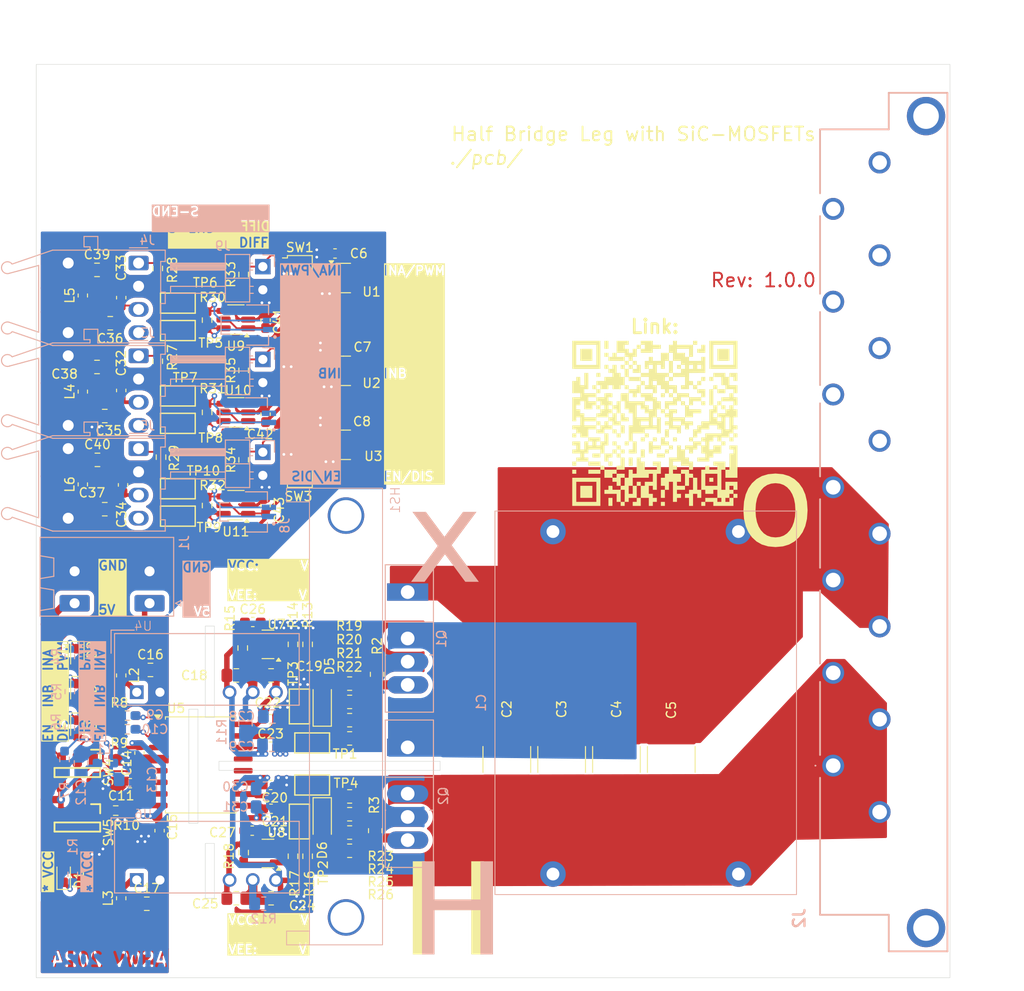
<source format=kicad_pcb>
(kicad_pcb (version 20240108) (generator "pcbnew") (generator_version "8.0")
  (title_block (title "Half Bridge Leg with SiC-MOSFETs") (rev "1.0.0"))
  (layers (0 "F.Cu" signal) (31 "B.Cu" signal) (34 "B.Paste" user) (35 "F.Paste" user) (36 "B.SilkS" user "B.Silkscreen") (37 "F.SilkS" user "F.Silkscreen") (38 "B.Mask" user) (39 "F.Mask" user) (44 "Edge.Cuts" user))
  (net 0 "")
  (net 1 "/dcn")
  (net 2 "/dcp")
  (net 3 "/ph")
  (net 4 "/HalfBridge_Power/gh")
  (net 5 "/HalfBridge_Power/gl")
  (net 6 "/HalfBridge_GateDriver/asgh")
  (net 7 "/HalfBridge_GateDriver/dt")
  (net 8 "/HalfBridge_GateDriver/gonh")
  (net 9 "/HalfBridge_GateDriver/gonl")
  (net 10 "/HalfBridge_GateDriver/kh")
  (net 11 "/HalfBridge_GateDriver/kl")
  (net 12 "/HalfBridge_GateDriver/vddh")
  (net 13 "/HalfBridge_GateDriver/vssh")
  (net 14 "/HalfBridge_GateDriver/vssl")
  (net 15 "/HalfBridge_GateDriver/vddl")
  (net 16 "/HalfBridge_GateDriver/vcci")
  (net 17 "/HalfBridge_GateDriver/asgl")
  (net 18 "/HalfBridge_GateDriver/inaf")
  (net 19 "/HalfBridge_GateDriver/inbf")
  (net 20 "/HalfBridge_Optical/vccb")
  (net 21 "/HalfBridge_GateDriver/anb")
  (net 22 "/HalfBridge_GateDriver/dis")
  (net 23 "/HalfBridge_GateDriver/rdt")
  (net 24 "/HalfBridge_Optical/vcca")
  (net 26 "/HalfBridge_GateDriver/dis_x")
  (net 27 "/HalfBridge_GateDriver/dis_i")
  (net 28 "/lvcc")
  (net 30 "/HalfBridge_Optical/vccen")
  (net 31 "/HalfBridge_Optical/oinb")
  (net 32 "/HalfBridge_Optical/oina")
  (net 34 "/HalfBridge_Optical/oinen")
  (net 35 "/HalfBridge_GateDriver/inga")
  (net 36 "/HalfBridge_GateDriver/ingb")
  (net 37 "/HalfBridge_GateDriver/lringa")
  (net 38 "/HalfBridge_Diff/gnd")
  (net 39 "/HalfBridge_Diff/vcc")
  (net 40 "/HalfBridge_GateDriver/lringb")
  (net 41 "/HalfBridge_GateDriver/lrdis")
  (net 42 "/HalfBridge_Diff/ina_da")
  (net 43 "/HalfBridge_Diff/inb_da")
  (net 44 "/HalfBridge_Diff/ina_db")
  (net 45 "/HalfBridge_Diff/inb_db")
  (net 48 "/HalfBridge_Diff/ina_nd")
  (net 49 "/HalfBridge_Diff/inb_nd")
  (net 50 "/HalfBridge_Diff/inen_db")
  (net 51 "/HalfBridge_Diff/inen_da")
  (net 52 "/HalfBridge_Diff/inen_nd")
  (net 53 "/HalfBridge_Diff/inb_d")
  (net 54 "/HalfBridge_Diff/inen_d")
  (net 55 "/HalfBridge_Diff/ina_d")
  (net 61 "/HalfBridge_GateDriver/comh")
  (net 62 "/HalfBridge_GateDriver/adjh")
  (net 65 "/HalfBridge_GateDriver/adjl")
  (net 66 "/HalfBridge_GateDriver/coml")
  (net 67 "/HalfBridge_GateDriver/xorina")
  (net 68 "/HalfBridge_GateDriver/xorinb")
  (net 69 "/HalfBridge_GateDriver/xorinen")
  (net 70 "/HalfBridge_GateDriver/vindc+h")
  (net 71 "/HalfBridge_GateDriver/vindc+l")
  (footprint "TestPoint:TestPoint_Keystone_5015_Micro-Minature" (layer "F.Cu") (at 55 76.8)
    (property "Reference" "TP8")
    (property "Value" "TestPoint")
  )
  (footprint "Diode_SMD:D_SOD-123" (layer "F.Cu") (at 70.8 123.15 -90)
    (property "Reference" "D6")
    (property "Value" "D_Schottky")
  )
  (footprint "Resistor_SMD:R_0603_1608Metric_Pad0.98x0.95mm_HandSolder" (layer "F.Cu") (at 49.4875 113.3)
    (property "Reference" "R9")
    (property "Value" "R")
  )
  (footprint "Diode_SMD:D_SOD-123" (layer "F.Cu") (at 70.8 110.6 90)
    (property "Reference" "D5")
    (property "Value" "D_Schottky")
  )
  (footprint "Capacitor_SMD:C_0603_1608Metric_Pad1.08x0.95mm_HandSolder" (layer "F.Cu") (at 53 124.4 -90)
    (property "Reference" "C15")
    (property "Value" "100n")
  )
  (footprint "Capacitor_SMD:C_0603_1608Metric_Pad1.08x0.95mm_HandSolder" (layer "F.Cu") (at 48.8 66.04 90)
    (property "Reference" "C33")
    (property "Value" "C")
  )
  (footprint "LED_SMD:LED_0603_1608Metric_Pad1.05x0.95mm_HandSolder" (layer "F.Cu") (at 44 109.175 -90)
    (property "Reference" "D3")
    (property "Value" "LED")
  )
  (footprint "Capacitor_SMD:C_0805_2012Metric_Pad1.18x1.45mm_HandSolder" (layer "F.Cu") (at 46.155 73.6275)
    (property "Reference" "C38")
    (property "Value" "C")
  )
  (footprint "Resistor_SMD:R_0603_1608Metric_Pad0.98x0.95mm_HandSolder" (layer "F.Cu") (at 62.2 63.5 90)
    (property "Reference" "R33")
    (property "Value" "R")
  )
  (footprint "TestPoint:TestPoint_Keystone_5015_Micro-Minature" (layer "F.Cu") (at 55 79.8)
    (property "Reference" "TP7")
    (property "Value" "TestPoint")
  )
  (footprint "Capacitor_SMD:C_0603_1608Metric_Pad1.08x0.95mm_HandSolder" (layer "F.Cu") (at 65.15 112.2)
    (property "Reference" "C22")
    (property "Value" "100n")
  )
  (footprint "Resistor_SMD:R_0603_1608Metric_Pad0.98x0.95mm_HandSolder" (layer "F.Cu") (at 67.6 104 90)
    (property "Reference" "R14")
    (property "Value" "R")
  )
  (footprint "Resistor_SMD:R_0603_1608Metric_Pad0.98x0.95mm_HandSolder" (layer "F.Cu") (at 49.5 111.8)
    (property "Reference" "R8")
    (property "Value" "R")
  )
  (footprint "Capacitor_SMD:C_0805_2012Metric_Pad1.18x1.45mm_HandSolder" (layer "F.Cu") (at 65.2 131.8 180)
    (property "Reference" "C24")
    (property "Value" "10 u")
  )
  (footprint "Package_TO_SOT_SMD:SOT-23-6_Handsoldering" (layer "F.Cu") (at 61.35 78.6 180)
    (property "Reference" "U10")
    (property "Value" "MAX3284E")
  )
  (footprint "TestPoint:TestPoint_Keystone_5015_Micro-Minature" (layer "F.Cu") (at 69.7 114.8 180)
    (property "Reference" "TP1")
    (property "Value" "TestPoint")
  )
  (footprint "TestPoint:TestPoint_Keystone_5015_Micro-Minature" (layer "F.Cu") (at 55 69.64)
    (property "Reference" "TP5")
    (property "Value" "TestPoint")
  )
  (footprint "Capacitor_SMD:C_0603_1608Metric_Pad1.08x0.95mm_HandSolder" (layer "F.Cu") (at 65.2 122 180)
    (property "Reference" "C21")
    (property "Value" "100 n")
  )
  (footprint "Capacitor_SMD:C_0603_1608Metric_Pad1.08x0.95mm_HandSolder" (layer "F.Cu") (at 64.6 78.8 90)
    (property "Reference" "C42")
    (property "Value" "100n")
  )
  (footprint "Capacitor_SMD:C_0805_2012Metric_Pad1.18x1.45mm_HandSolder" (layer "F.Cu") (at 65.2 107.4 180)
    (property "Reference" "C18")
    (property "Value" "10 u")
  )
  (footprint "Package_TO_SOT_SMD:SOT-23-6_Handsoldering" (layer "F.Cu") (at 61.35 88.76 180)
    (property "Reference" "U11")
    (property "Value" "MAX3284E")
  )
  (footprint "Resistor_SMD:R_0603_1608Metric_Pad0.98x0.95mm_HandSolder" (layer "F.Cu") (at 62.1 104.4 -90)
    (property "Reference" "R15")
    (property "Value" "R")
  )
  (footprint "Resistor_SMD:R_0805_2012Metric_Pad1.20x1.40mm_HandSolder" (layer "F.Cu") (at 73.8 112.3)
    (property "Reference" "R21")
    (property "Value" "R")
  )
  (footprint "Capacitor_SMD:C_0603_1608Metric_Pad1.08x0.95mm_HandSolder" (layer "F.Cu") (at 49 86.54 90)
    (property "Reference" "C34")
    (property "Value" "C")
  )
  (footprint "Capacitor_SMD:C_0805_2012Metric_Pad1.18x1.45mm_HandSolder" (layer "F.Cu") (at 46.155 63)
    (property "Reference" "C39")
    (property "Value" "C")
  )
  (footprint "Resistor_SMD:R_0603_1608Metric_Pad0.98x0.95mm_HandSolder" (layer "F.Cu") (at 69.2 127.2 -90)
    (property "Reference" "R16")
    (property "Value" "R")
  )
  (footprint "Package_SO:SOIC-16W_7.5x10.3mm_P1.27mm" (layer "F.Cu") (at 57.5 117.2)
    (property "Reference" "U5")
    (property "Value" "NCV51563")
  )
  (footprint "Capacitor_SMD:C_0603_1608Metric_Pad1.08x0.95mm_HandSolder" (layer "F.Cu") (at 72.2 61.2 180)
    (property "Reference" "C6")
    (property "Value" "100n")
  )
  (footprint "LED_SMD:LED_0603_1608Metric_Pad1.05x0.95mm_HandSolder" (layer "F.Cu") (at 42.5 129.175 90)
    (property "Reference" "D1")
    (property "Value" "LED")
  )
  (footprint "Package_TO_SOT_SMD:SOT-23-5_HandSoldering" (layer "F.Cu") (at 73 82.15)
    (property "Reference" "U3")
    (property "Value" "74AHC1G86")
  )
  (footprint "My_Button_Switch_SMD:Nidec_Copal_CAS-D20A1" (layer "F.Cu") (at 44 118.0325 -90)
    (property "Reference" "SW4")
    (property "Value" "CAS-D20X1")
  )
  (footprint "Capacitor_SMD:C_0805_2012Metric_Pad1.18x1.45mm_HandSolder" (layer "F.Cu") (at 47 79 180)
    (property "Reference" "C35")
    (property "Value" "C")
  )
  (footprint "Package_TO_SOT_SMD:SOT-23" (layer "F.Cu") (at 64.8625 104 180)
    (property "Reference" "U7")
    (property "Value" "TL432DBZ")
  )
  (footprint "Capacitor_SMD:C_2220_5750Metric_Pad1.97x5.40mm_HandSolder" (layer "F.Cu") (at 109 116.6 -90)
    (property "Reference" "C5")
    (property "Value" "C")
  )
  (footprint "Resistor_SMD:R_0603_1608Metric_Pad0.98x0.95mm_HandSolder" (layer "F.Cu") (at 53.155 83.5 90)
    (property "Reference" "R29")
    (property "Value" "R")
  )
  (footprint "TestPoint:TestPoint_Keystone_5015_Micro-Minature" (layer "F.Cu") (at 69.7 119.4)
    (property "Reference" "TP2")
    (property "Value" "TestPoint")
  )
  (footprint "Resistor_SMD:R_0603_1608Metric_Pad0.98x0.95mm_HandSolder" (layer "F.Cu") (at 52.8 73 90)
    (property "Reference" "R27")
    (property "Value" "R")
  )
  (footprint "Resistor_SMD:R_0603_1608Metric_Pad0.98x0.95mm_HandSolder" (layer "F.Cu") (at 58.2 68.5 90)
    (property "Reference" "R30")
    (property "Value" "R")
  )
  (footprint "Capacitor_SMD:C_0603_1608Metric_Pad1.08x0.95mm_HandSolder" (layer "F.Cu") (at 64.6 68.5 90)
    (property "Reference" "C41")
    (property "Value" "100n")
  )
  (footprint "Capacitor_SMD:C_2220_5750Metric_Pad1.97x5.40mm_HandSolder" (layer "F.Cu") (at 97 116.6 -90)
    (property "Reference" "C3")
    (property "Value" "C")
  )
  (footprint "Resistor_SMD:R_0805_2012Metric_Pad1.20x1.40mm_HandSolder" (layer "F.Cu") (at 73.8 108.3)
    (property "Reference" "R19")
    (property "Value" "R")
  )
  (footprint "Button_Switch_SMD:Nidec_Copal_CAS-120A" (layer "F.Cu") (at 68.35 84)
    (property "Reference" "SW3")
    (property "Value" "SW_Nidec_CAS-120A1")
  )
  (footprint "Capacitor_SMD:C_0603_1608Metric_Pad1.08x0.95mm_HandSolder" (layer "F.Cu") (at 64.6 88.8 90)
    (property "Reference" "C43")
    (property "Value" "100n")
  )
  (footprint "TestPoint:TestPoint_Keystone_5015_Micro-Minature" (layer "F.Cu") (at 68.3 123.4 90)
    (property "Reference" "TP4")
    (property "Value" "TestPoint")
  )
  (footprint "Resistor_SMD:R_0805_2012Metric_Pad1.20x1.40mm_HandSolder" (layer "F.Cu") (at 76.6 124.4 90)
    (property "Reference" "R3")
    (property "Value" "R")
  )
  (footprint "Resistor_SMD:R_0603_1608Metric_Pad0.98x0.95mm_HandSolder" (layer "F.Cu") (at 48.2 122.2 180)
    (property "Reference" "R10")
    (property "Value" "R" (hide yes))
  )
  (footprint "LED_SMD:LED_0603_1608Metric_Pad1.05x0.95mm_HandSolder" (layer "F.Cu") (at 44 105.35 -90)
    (property "Reference" "D2")
    (property "Value" "LED")
  )
  (footprint "Resistor_SMD:R_0603_1608Metric_Pad0.98x0.95mm_HandSolder" (layer "F.Cu") (at 58.2 88.8 90)
    (property "Reference" "R32")
    (property "Value" "R")
  )
  (footprint "Capacitor_SMD:C_0805_2012Metric_Pad1.18x1.45mm_HandSolder" (layer "F.Cu") (at 46.2 83.8)
    (property "Reference" "C40")
    (property "Value" "C")
  )
  (footprint "Capacitor_SMD:C_0603_1608Metric_Pad1.08x0.95mm_HandSolder" (layer "F.Cu") (at 65.15 119.4)
    (property "Reference" "C20")
    (property "Value" "100 n")
  )
  (footprint "Resistor_SMD:R_0603_1608Metric_Pad0.98x0.95mm_HandSolder" (layer "F.Cu") (at 52.8 62.84 90)
    (property "Reference" "R28")
    (property "Value" "R")
  )
  (footprint "Capacitor_SMD:C_0805_2012Metric_Pad1.18x1.45mm_HandSolder" (layer "F.Cu") (at 61.4 131.8 180)
    (property "Reference" "C25")
    (property "Value" "10 u")
  )
  (footprint "Inductor_SMD:L_0603_1608Metric_Pad1.05x0.95mm_HandSolder" (layer "F.Cu") (at 44.6 65.8 90)
    (property "Reference" "L5")
    (property "Value" "L")
  )
  (footprint "Resistor_SMD:R_0805_2012Metric_Pad1.20x1.40mm_HandSolder" (layer "F.Cu") (at 73.8 126.6)
    (property "Reference" "R26")
    (property "Value" "R")
  )
  (footprint "Inductor_SMD:L_0603_1608Metric_Pad1.05x0.95mm_HandSolder" (layer "F.Cu") (at 44.6 86.485 90)
    (property "Reference" "L6")
    (property "Value" "L")
  )
  (footprint "Capacitor_SMD:C_0603_1608Metric_Pad1.08x0.95mm_HandSolder" (layer "F.Cu") (at 50.8 115.9 -90)
    (property "Reference" "C14")
    (property "Value" "100n")
  )
  (footprint "Resistor_SMD:R_0603_1608Metric_Pad0.98x0.95mm_HandSolder" (layer "F.Cu") (at 58.2 78.6 90)
    (property "Reference" "R31")
    (property "Value" "R")
  )
  (footprint "LOGO" (layer "F.Cu") (at 107.2 79.8)
    (property "Reference" "Link:")
    (property "Value" "LOGO" (hide yes))
  )
  (footprint "Capacitor_SMD:C_0805_2012Metric_Pad1.18x1.45mm_HandSolder" (layer "F.Cu") (at 47 89.2 180)
    (property "Reference" "C37")
    (property "Value" "C")
  )
  (footprint "Capacitor_SMD:C_2220_5750Metric_Pad1.97x5.40mm_HandSolder" (layer "F.Cu") (at 103 116.6 -90)
    (property "Reference" "C4")
    (property "Value" "C")
  )
  (footprint "Resistor_SMD:R_0603_1608Metric_Pad0.98x0.95mm_HandSolder" (layer "F.Cu") (at 62.2 74 90)
    (property "Reference" "R35")
    (property "Value" "R")
  )
  (footprint "Package_TO_SOT_SMD:SOT-23" (layer "F.Cu") (at 64.8625 126.9 180)
    (property "Reference" "U8")
    (property "Value" "TL432DBZ")
  )
  (footprint "Inductor_SMD:L_0603_1608Metric_Pad1.05x0.95mm_HandSolder" (layer "F.Cu") (at 44.6 76.325 90)
    (property "Reference" "L4")
    (property "Value" "L")
  )
  (footprint "Capacitor_SMD:C_0603_1608Metric_Pad1.08x0.95mm_HandSolder" (layer "F.Cu") (at 48.8 76.2 90)
    (property "Reference" "C32")
    (property "Value" "C")
  )
  (footprint "Capacitor_SMD:C_0805_2012Metric_Pad1.18x1.45mm_HandSolder" (layer "F.Cu") (at 47.6 68.84 180)
    (property "Reference" "C36")
    (property "Value" "C")
  )
  (footprint "TestPoint:TestPoint_Keystone_5015_Micro-Minature" (layer "F.Cu") (at 55 89.96)
    (property "Reference" "TP9")
    (property "Value" "TestPoint")
  )
  (footprint "Capacitor_SMD:C_2220_5750Metric_Pad1.97x5.40mm_HandSolder" (layer "F.Cu") (at 91 116.6 -90)
    (property "Reference" "C2")
    (property "Value" "C")
  )
  (footprint "TestPoint:TestPoint_Keystone_5015_Micro-Minature" (layer "F.Cu") (at 55 86.96)
    (property "Reference" "TP10")
    (property "Value" "TestPoint")
  )
  (footprint "Capacitor_SMD:C_0603_1608Metric_Pad1.08x0.95mm_HandSolder" (layer "F.Cu") (at 65.15 115.2 180)
    (property "Reference" "C23")
    (property "Value" "100n")
  )
  (footprint "Resistor_SMD:R_0805_2012Metric_Pad1.20x1.40mm_HandSolder" (layer "F.Cu") (at 73.8 110.3)
    (property "Reference" "R20")
    (property "Value" "R")
  )
  (footprint "Capacitor_SMD:C_0805_2012Metric_Pad1.18x1.45mm_HandSolder" (layer "F.Cu") (at 52 106.8)
    (property "Reference" "C16")
    (property "Value" "10 u")
  )
  (footprint "Resistor_SMD:R_0603_1608Metric_Pad0.98x0.95mm_HandSolder" (layer "F.Cu") (at 62.2 83.8 90)
    (property "Reference" "R34")
    (property "Value" "R")
  )
  (footprint "Capacitor_SMD:C_0603_1608Metric_Pad1.08x0.95mm_HandSolder" (layer "F.Cu") (at 63.1375 124.4 180)
    (property "Reference" "C27")
    (property "Value" "100n")
  )
  (footprint "TestPoint:TestPoint_Keystone_5015_Micro-Minature" (layer "F.Cu") (at 68.3 110.8 90)
    (property "Reference" "TP3")
    (property "Value" "TestPoint")
  )
  (footprint "Resistor_SMD:R_0805_2012Metric_Pad1.20x1.40mm_HandSolder" (layer "F.Cu") (at 76.805 107.2825 90)
    (property "Reference" "R2")
    (property "Value" "R")
  )
  (footprint "Resistor_SMD:R_0603_1608Metric_Pad0.98x0.95mm_HandSolder" (layer "F.Cu") (at 69.2 104 -90)
    (property "Reference" "R13")
    (property "Value" "R")
  )
  (footprint "Package_TO_SOT_SMD:SOT-23-5_HandSoldering" (layer "F.Cu") (at 73 74.05)
    (property "Reference" "U2")
    (property "Value" "74AHC1G86")
  )
  (footprint "My_Button_Switch_SMD:Nidec_Copal_CAS-D20A1" (layer "F.Cu") (at 44 124 -90)
    (property "Reference" "SW5")
    (property "Value" "CAS-D20X1")
  )
  (footprint "Inductor_SMD:L_0603_1608Metric_Pad1.05x0.95mm_HandSolder" (layer "F.Cu") (at 48.8 107.4 -90)
    (property "Reference" "L2")
    (property "Value" "4.7 u")
  )
  (footprint "Inductor_SMD:L_0603_1608Metric_Pad1.05x0.95mm_HandSolder" (layer "F.Cu") (at 48.8 131.8 90)
    (property "Reference" "L3")
    (property "Value" "4.7 u")
  )
  (footprint "Resistor_SMD:R_0805_2012Metric_Pad1.20x1.40mm_HandSolder" (layer "F.Cu") (at 73.8 120.65)
    (property "Reference" "R23")
    (property "Value" "R")
  )
  (footprint "TestPoint:TestPoint_Keystone_5015_Micro-Minature" (layer "F.Cu") (at 55 66.64)
    (property "Reference" "TP6")
    (property "Value" "TestPoint")
  )
  (footprint "Capacitor_SMD:C_0805_2012Metric_Pad1.18x1.45mm_HandSolder" (layer "F.Cu") (at 51.6 132.4)
    (property "Reference" "C17")
    (property "Value" "10 u")
  )
  (footprint "Package_TO_SOT_SMD:SOT-23-6_Handsoldering" (layer "F.Cu") (at 61.35 68.44 180)
    (property "Reference" "U9")
    (property "Value" "MAX3284E")
  )
  (footprint "Capacitor_SMD:C_0805_2012Metric_Pad1.18x1.45mm_HandSolder" (layer "F.Cu") (at 61.4 107.4 180)
    (property "Reference" "C19")
    (property "Value" "10 u")
  )
  (footprint "Button_Switch_SMD:Nidec_Copal_CAS-120A" (layer "F.Cu") (at 68.35 74.4)
    (property "Reference" "SW2")
    (property "Value" "SW_Nidec_CAS-120A1")
  )
  (footprint "Button_Switch_SMD:Nidec_Copal_CAS-120A" (layer "F.Cu") (at 68.35 64.24)
    (property "Reference" "SW1")
    (property "Value" "SW_Nidec_CAS-120A1")
  )
  (footprint "Resistor_SMD:R_0805_2012Metric_Pad1.20x1.40mm_HandSolder" (layer "F.Cu") (at 73.8 124.6)
    (property "Reference" "R25")
    (property "Value" "R")
  )
  (footprint "Capacitor_SMD:C_0603_1608Metric_Pad1.08x0.95mm_HandSolder" (layer "F.Cu") (at 72.6 79.6 180)
    (property "Reference" "C8")
    (property "Value" "100n")
  )
  (footprint "Capacitor_SMD:C_0603_1608Metric_Pad1.08x0.95mm_HandSolder" (layer "F.Cu") (at 72.6 71.4 180)
    (property "Reference" "C7")
    (property "Value" "100n")
  )
  (footprint "Capacitor_SMD:C_0603_1608Metric_Pad1.08x0.95mm_HandSolder" (layer "F.Cu") (at 63.2 101.55 180)
    (property "Reference" "C26")
    (property "Value" "100n")
  )
  (footprint "Capacitor_SMD:C_0603_1608Metric_Pad1.08x0.95mm_HandSolder" (layer "F.Cu") (at 49.7875 119.2 180)
    (property "Reference" "C11")
    (property "Value" "C")
  )
  (footprint "Resistor_SMD:R_0805_2012Metric_Pad1.20x1.40mm_HandSolder" (layer "F.Cu") (at 73.8 122.6)
    (property "Reference" "R24")
    (property "Value" "R")
  )
  (footprint "Resistor_SMD:R_0603_1608Metric_Pad0.98x0.95mm_HandSolder" (layer "F.Cu") (at 67.6 127.2 90)
    (property "Reference" "R17")
    (property "Value" "R")
  )
  (footprint "LED_SMD:LED_0603_1608Metric_Pad1.05x0.95mm_HandSolder" (layer "F.Cu") (at 44 113.175 -90)
    (property "Reference" "D4")
    (property "Value" "LED")
  )
  (footprint "Resistor_SMD:R_0805_2012Metric_Pad1.20x1.40mm_HandSolder" (layer "F.Cu") (at 73.8 114.3)
    (property "Reference" "R22")
    (property "Value" "R")
  )
  (footprint "Resistor_SMD:R_0603_1608Metric_Pad0.98x0.95mm_HandSolder" (layer "F.Cu") (at 62.2 126.8 -90)
    (property "Reference" "R18")
    (property "Value" "R")
  )
  (footprint "Package_TO_SOT_SMD:SOT-23-5_HandSoldering" (layer "F.Cu") (at 73 63.89)
    (property "Reference" "U1")
    (property "Value" "74AHC1G86")
  )
  (footprint "Capacitor_SMD:C_0805_2012Metric_Pad1.18x1.45mm_HandSolder" (layer "B.Cu") (at 64.6 119.8)
    (property "Reference" "C30")
    (property "Value" "10 u")
  )
  (footprint "Capacitor_SMD:C_0603_1608Metric_Pad1.08x0.95mm_HandSolder" (layer "B.Cu") (at 49.5 113.3 180)
    (property "Reference" "C10")
    (property "Value" "C")
  )
  (footprint "My_Capacitor_THT:C_Rect_L42.0mm_W33.0mm_PW37.50mm_PL20.30mm_2port_C4AU" (layer "B.Cu") (at 106.2 110.4 -90)
    (property "Reference" "C1")
    (property "Value" "C")
  )
  (footprint "Capacitor_SMD:C_0805_2012Metric_Pad1.18x1.45mm_HandSolder" (layer "B.Cu") (at 44.4 117 90)
    (property "Reference" "C12")
    (property "Value" "C")
  )
  (footprint "OptoDevice:Broadcom_AFBR-16xxZ_Horizontal" (layer "B.Cu") (at 50.7 62.2475 180)
    (property "Reference" "J4")
    (property "Value" "AFBR-2624Z")
  )
  (footprint "Resistor_SMD:R_0805_2012Metric_Pad1.20x1.40mm_HandSolder" (layer "B.Cu") (at 62.4 112.7 -90)
    (property "Reference" "R11")
    (property "Value" "0")
  )
  (footprint "Connector_Phoenix_SPT:PhoenixContact_SPT_1.5_2-H-3.5_1x02_P3.5mm_Horizontal" (layer "B.Cu") (at 51.9 99.5 90)
    (property "Reference" "J1")
    (property "Value" "Conn_01x02")
  )
  (footprint "Connector_PinHeader_2.54mm:PinHeader_1x02_P2.54mm_Horizontal" (layer "B.Cu") (at 64.3 72.8 180)
    (property "Reference" "J10")
    (property "Value" "Conn_01x02")
  )
  (footprint "Capacitor_SMD:C_0805_2012Metric_Pad1.18x1.45mm_HandSolder" (layer "B.Cu") (at 65.4 111.9)
    (property "Reference" "C28")
    (property "Value" "C")
  )
  (footprint "Resistor_SMD:R_0603_1608Metric" (layer "B.Cu") (at 43.175 105.35 -90)
    (property "Reference" "R4")
    (property "Value" "R")
  )
  (footprint "Resistor_SMD:R_0603_1608Metric" (layer "B.Cu") (at 43.5 129.175 90)
    (property "Reference" "R1")
    (property "Value" "R")
  )
  (footprint "Connector_PinHeader_2.54mm:PinHeader_1x02_P2.54mm_Horizontal" (layer "B.Cu") (at 64.3 82.96 180)
    (property "Reference" "J11")
    (property "Value" "Conn_01x02")
  )
  (footprint "My_Connector:SAMTEC_T1M-02-F-SH-L-K" (layer "B.Cu") (at 64.8 79.2 90)
    (property "Reference" "J6")
    (property "Value" "Conn_01x02_Shielded")
  )
  (footprint "My_Heatsink:Heatsink_Fischer_SK687_50" (layer "B.Cu") (at 73.4 111.9 -90)
    (property "Reference" "HS1")
    (property "Value" "Heatsink_Pad_2Pin")
  )
  (footprint "My_Connector:SAMTEC_T1M-02-F-SH-L-K" (layer "B.Cu") (at 64.925 69.04 90)
    (property "Reference" "J7")
    (property "Value" "Conn_01x02_Shielded")
  )
  (footprint "Capacitor_SMD:C_0805_2012Metric_Pad1.18x1.45mm_HandSolder" (layer "B.Cu") (at 49.6 118.8)
    (property "Reference" "C13")
    (property "Value" "C")
  )
  (footprint "Connector_PinHeader_2.54mm:PinHeader_1x02_P2.54mm_Horizontal" (layer "B.Cu") (at 64.3 62.64 180)
    (property "Reference" "J9")
    (property "Value" "Conn_01x02")
  )
  (footprint "Resistor_SMD:R_0603_1608Metric" (layer "B.Cu") (at 43.175 109.175 -90)
    (property "Reference" "R5")
    (property "Value" "R")
  )
  (footprint "OptoDevice:Broadcom_AFBR-16xxZ_Horizontal" (layer "B.Cu") (at 50.7 82.5675 180)
    (property "Reference" "J5")
    (property "Value" "AFBR-2624Z")
  )
  (footprint "Capacitor_SMD:C_0603_1608Metric_Pad1.08x0.95mm_HandSolder" (layer "B.Cu") (at 49.5 111.8 180)
    (property "Reference" "C9")
    (property "Value" "C")
  )
  (footprint "Resistor_SMD:R_0603_1608Metric_Pad0.98x0.95mm_HandSolder" (layer "B.Cu") (at 42.6 116.6 -90)
    (property "Reference" "R7")
    (property "Value" "R")
  )
  (footprint "Package_TO_SOT_THT:TO-247-4_Vertical" (layer "B.Cu") (at 80.15 98.275 -90)
    (property "Reference" "Q1")
    (property "Value" "C3M0075120K")
  )
  (footprint "My_Converter_DCDC:Converter_DCDC_RECOM_RKZ-xx2005_Dual_THT_SIP7" (layer "B.Cu") (at 50.5 129.8 -90)
    (property "Reference" "U6")
    (property "Value" "RKD-052005D")
  )
  (footprint "My_Converter_DCDC:Converter_DCDC_RECOM_RKZ-xx2005_Dual_THT_SIP7" (layer "B.Cu") (at 50.5 109.2425 -90)
    (property "Reference" "U4")
    (property "Value" "RKD-052005D")
  )
  (footprint "My_Connector:SAMTEC_T1M-02-F-SH-L-K" (layer "B.Cu") (at 64.8 89.5 90)
    (property "Reference" "J8")
    (property "Value" "Conn_01x02_Shielded")
  )
  (footprint "Package_TO_SOT_THT:TO-247-4_Vertical" (layer "B.Cu") (at 80.15 115.275 -90)
    (property "Reference" "Q2")
    (property "Value" "C3M0075120K")
  )
  (footprint "Capacitor_SMD:C_0805_2012Metric_Pad1.18x1.45mm_HandSolder" (layer "B.Cu") (at 65.3 115 180)
    (property "Reference" "C29")
    (property "Value" "C")
  )
  (footprint "Inductor_SMD:L_0603_1608Metric_Pad1.05x0.95mm_HandSolder" (layer "B.Cu") (at 47.075 117)
    (property "Reference" "L1")
    (property "Value" "L")
  )
  (footprint "Resistor_SMD:R_0805_2012Metric_Pad1.20x1.40mm_HandSolder" (layer "B.Cu") (at 64.4 132.4)
    (property "Reference" "R12")
    (property "Value" "0")
  )
  (footprint "Resistor_SMD:R_0603_1608Metric" (layer "B.Cu") (at 43.175 113.175 -90)
    (property "Reference" "R6")
    (property "Value" "R")
  )
  (footprint "My_Connector:TEConnectivity_413638E" (layer "B.Cu") (at 126.72 117.28 -90)
    (property "Reference" "J2")
    (property "Value" "413638-E" (hide yes))
  )
  (footprint "Capacitor_SMD:C_0805_2012Metric_Pad1.18x1.45mm_HandSolder" (layer "B.Cu") (at 64.6 121.8 180)
    (property "Reference" "C31")
    (property "Value" "10 u")
  )
  (footprint "OptoDevice:Broadcom_AFBR-16xxZ_Horizontal" (layer "B.Cu") (at 50.7 72.4075 180)
    (property "Reference" "J3")
    (property "Value" "AFBR-2624Z")
  )
  (gr_rect (start 58 102) (end 59 112) (stroke (width 0.05)) (fill none) (layer "Edge.Cuts"))
  (gr_rect (start 59.5 116.8) (end 83.7 117.8) (stroke (width 0.05)) (fill none) (layer "Edge.Cuts"))
  (gr_rect (start 39.5 40.5) (end 139.5 140.5) (stroke (width 0.05)) (fill none) (layer "Edge.Cuts"))
  (gr_rect (start 58 125.8) (end 59 131.8) (stroke (width 0.05)) (fill none) (layer "Edge.Cuts"))
  (gr_rect (start 56.2 111.1) (end 57.2 123.6) (stroke (width 0.05)) (fill none) (layer "Edge.Cuts"))
  (gr_text "AHWV 2024" (at 41 139.4 0) (layer "F.Cu" knockout) (effects (font (size 1.5 1.5) (thickness 0.3) (bold yes)) (justify left bottom)))
  (gr_text "Rev: ${REVISION}" (at 113.2 65 0) (layer "F.Cu") (effects (font (size 1.5 1.5) (thickness 0.2) (bold yes)) (justify left bottom)))
  (gr_text "AHWV 2024" (at 54 139.4 -0) (layer "B.Cu" knockout) (effects (font (size 1.5 1.5) (thickness 0.3) (bold yes)) (justify left bottom mirror)))
  (gr_text "EN	INB	INA\nDIS		PWM" (at 44.2 114.8 -90) (layer "B.SilkS" knockout) (effects (font (size 1 1) (thickness 0.2) (bold yes)) (justify left bottom mirror)))
  (gr_text "x" (at 84.2 93 0) (layer "B.SilkS") (effects (font (size 10 10) (thickness 1.25)) (justify mirror)))
  (gr_text "GND\n\n\n5V" (at 58.7 101 0) (layer "B.SilkS" knockout) (effects (font (size 1 1) (thickness 0.2) (bold yes)) (justify left bottom mirror)))
  (gr_text "INA/PWM\n\n\n\n\n\n\nINB\n\n\n\n\n\n\nEN/DIS" (at 73 86.2 -0) (layer "B.SilkS" knockout) (effects (font (size 1 1) (thickness 0.2) (bold yes)) (justify left bottom mirror)))
  (gr_text "H" (at 85.6 133.8 -0) (layer "B.SilkS") (effects (font (size 10 10) (thickness 1.25)) (justify mirror)))
  (gr_text "* VCC" (at 44.4 131.2 -90) (layer "B.SilkS" knockout) (effects (font (size 1 1) (thickness 0.2) (bold yes)) (justify left bottom mirror)))
  (gr_text "		S-END\nDIFF\n" (at 65.2 58.8 0) (layer "B.SilkS" knockout) (effects (font (size 1 1) (thickness 0.2) (bold yes)) (justify left bottom mirror)))
  (gr_text "* VCC" (at 41.4 131.2 90) (layer "F.SilkS" knockout) (effects (font (size 1 1) (thickness 0.2) (bold yes)) (justify left bottom)))
  (gr_text "INA/PWM\n\n\n\n\n\n\nINB\n\n\n\n\n\n\nEN/DIS" (at 77.4 86.2 0) (layer "F.SilkS" knockout) (effects (font (size 1 1) (thickness 0.2) (bold yes)) (justify left bottom)))
  (gr_text "EN	INB	INA\nDIS		PWM" (at 43 114.8 90) (layer "F.SilkS" knockout) (effects (font (size 1 1) (thickness 0.2) (bold yes)) (justify left bottom)))
  (gr_text "VCC:      V\n     		\nVEE:      V         		" (at 60.4 99.2 0) (layer "F.SilkS" knockout) (effects (font (size 1 1) (thickness 0.2) (bold yes)) (justify left bottom)))
  (gr_text "${TITLE}" (at 84.8 49 0) (layer "F.SilkS") (effects (font (size 1.5 1.5) (thickness 0.2)) (justify left bottom)))
  (gr_text "o" (at 120.4 89 -0) (layer "F.SilkS") (effects (font (size 10 10) (thickness 1.25))))
  (gr_text "S-END\n		DIFF\n" (at 53.8 60.6 0) (layer "F.SilkS" knockout) (effects (font (size 1 1) (thickness 0.2) (bold yes)) (justify left bottom)))
  (gr_text "GND\n\n\n5V" (at 46.2 100.8 -0) (layer "F.SilkS" knockout) (effects (font (size 1 1) (thickness 0.2) (bold yes)) (justify left bottom)))
  (gr_text "./pcb/${PROJECTNAME}" (at 84.6 51.6 0) (layer "F.SilkS") (effects (font (size 1.5 1.5) (thickness 0.2) (italic yes)) (justify left bottom)))
  (gr_text "VCC:      V\n     		\nVEE:      V         		" (at 60.4 138 0) (layer "F.SilkS" knockout) (effects (font (size 1 1) (thickness 0.2) (bold yes)) (justify left bottom)))
  (gr_text "H" (at 84.6 133.8 0) (layer "F.SilkS") (effects (font (size 10 10) (thickness 1.25))))
  (segment (start 74.8 108.5) (end 74.8 114.1) (width 1) (layer "F.Cu") (net 4))
  (segment (start 80.1 108.435) (end 74.735 108.435) (width 1) (layer "F.Cu") (net 4))
  (segment (start 74.735 108.435) (end 74.6 108.3) (width 0.2) (layer "F.Cu") (net 4))
  (segment (start 79.865 125.2) (end 80.1 125.435) (width 0.2) (layer "F.Cu") (net 5))
  (segment (start 74.8 126.6) (end 74.8 125.6) (width 1) (layer "F.Cu") (net 5))
  (segment (start 74.8 120.65) (end 74.8 126.6) (width 1) (layer "F.Cu") (net 5))
  (segment (start 75.2 125.2) (end 79.865 125.2) (width 1) (layer "F.Cu") (net 5))
  (segment (start 74.8 125.6) (end 75.2 125.2) (width 1) (layer "F.Cu") (net 5))
  (segment (start 70.6 108.95) (end 72.35 108.95) (width 1) (layer "F.Cu") (net 6))
  (segment (start 72.35 108.95) (end 72.8 108.5) (width 0.2) (layer "F.Cu") (net 6))
  (segment (start 72.8 108.3) (end 72.8 110.3) (width 1) (layer "F.Cu") (net 6))
  (segment (start 72.8 108.5) (end 72.8 108.3) (width 0.2) (layer "F.Cu") (net 6))
  (segment (start 49.05 120.8) (end 44.8 120.8) (width 0.2) (layer "F.Cu") (net 7))
  (segment (start 44.8 120.8) (end 44 121.6) (width 0.2) (layer "F.Cu") (net 7))
  (segment (start 50.65 119.2) (end 49.05 120.8) (width 0.2) (layer "F.Cu") (net 7))
  (segment (start 52.8875 119.155) (end 50.695 119.155) (width 0.2) (layer "F.Cu") (net 7))
  (segment (start 50.695 119.155) (end 50.65 119.2) (width 0.2) (layer "F.Cu") (net 7))
  (segment (start 44 121.6) (end 44 122.6) (width 0.2) (layer "F.Cu") (net 7))
  (segment (start 62.1875 114.075) (end 69.275 114.075) (width 0.6) (layer "F.Cu") (net 8))
  (segment (start 69.275 114.075) (end 69.6 114.4) (width 0.2) (layer "F.Cu") (net 8))
  (segment (start 70.05 120.6) (end 72.75 120.6) (width 0.6) (layer "F.Cu") (net 9))
  (segment (start 72.75 120.6) (end 72.8 120.65) (width 0.6) (layer "F.Cu") (net 9))
  (segment (start 62.1875 120.425) (end 62.2125 120.4) (width 0.2) (layer "F.Cu") (net 9))
  (segment (start 63.4 120.4) (end 63.6 120.6) (width 0.5) (layer "F.Cu") (net 9))
  (segment (start 70.05 120.6) (end 70.6 121.15) (width 0.5) (layer "F.Cu") (net 9))
  (segment (start 68.2 120.6) (end 69.6 119.2) (width 0.5) (layer "F.Cu") (net 9))
  (segment (start 70.05 120.6) (end 70.65 121.2) (width 0.2) (layer "F.Cu") (net 9))
  (segment (start 63.6 120.6) (end 67.8 120.6) (width 0.5) (layer "F.Cu") (net 9))
  (segment (start 67.8 120.6) (end 70.05 120.6) (width 0.5) (layer "F.Cu") (net 9))
  (segment (start 62.2375 120.425) (end 63.375 120.425) (width 0.6) (layer "F.Cu") (net 9))
  (segment (start 72.8 120.65) (end 72.8 122.6) (width 1) (layer "F.Cu") (net 9))
  (segment (start 79.7125 106.2825) (end 80.1 105.895) (width 0.2) (layer "F.Cu") (net 10))
  (segment (start 76.805 106.2825) (end 79.7125 106.2825) (width 1) (layer "F.Cu") (net 10))
  (via (at 69.8 102.2) (size 0.6) (drill 0.3) (layers "F.Cu" "B.Cu") (net 10))
  (via (at 69.2 108.4) (size 0.6) (drill 0.3) (layers "F.Cu" "B.Cu") (net 10))
  (via (at 68.6 101.6) (size 0.6) (drill 0.3) (layers "F.Cu" "B.Cu") (net 10))
  (via (at 66.2 116) (size 0.6) (drill 0.3) (layers "F.Cu" "B.Cu") (net 10))
  (via (at 68.4 108.4) (size 0.6) (drill 0.3) (layers "F.Cu" "B.Cu") (net 10))
  (via (at 69.4 101.6) (size 0.6) (drill 0.3) (layers "F.Cu" "B.Cu") (net 10))
  (via (at 65.8 102.2) (size 0.6) (drill 0.3) (layers "F.Cu" "B.Cu") (net 10))
  (via (at 66.6 102.2) (size 0.6) (drill 0.3) (layers "F.Cu" "B.Cu") (net 10))
  (via (at 67 110.2) (size 0.6) (drill 0.3) (layers "F.Cu" "B.Cu") (net 10))
  (via (at 68.2 102.2) (size 0.6) (drill 0.3) (layers "F.Cu" "B.Cu") (net 10))
  (via (at 65.4 101.6) (size 0.6) (drill 0.3) (layers "F.Cu" "B.Cu") (net 10))
  (via (at 68 107.8) (size 0.6) (drill 0.3) (layers "F.Cu" "B.Cu") (net 10))
  (via (at 65.6 116) (size 0.6) (drill 0.3) (layers "F.Cu" "B.Cu") (net 10))
  (via (at 67 110.9) (size 0.6) (drill 0.3) (layers "F.Cu" "B.Cu") (net 10))
  (via (at 68.8 107.8) (size 0.6) (drill 0.3) (layers "F.Cu" "B.Cu") (net 10))
  (via (at 66.2 110.9) (size 0.6) (drill 0.3) (layers "F.Cu" "B.Cu") (net 10))
  (via (at 67.8 101.6) (size 0.6) (drill 0.3) (layers "F.Cu" "B.Cu") (net 10))
  (via (at 66.8 116) (size 0.6) (drill 0.3) (layers "F.Cu" "B.Cu") (net 10))
  (via (at 69 102.2) (size 0.6) (drill 0.3) (layers "F.Cu" "B.Cu") (net 10))
  (via (at 67.6 108.4) (size 0.6) (drill 0.3) (layers "F.Cu" "B.Cu") (net 10))
  (via (at 66.2 101.6) (size 0.6) (drill 0.3) (layers "F.Cu" "B.Cu") (net 10))
  (via (at 67 101.6) (size 0.6) (drill 0.3) (layers "F.Cu" "B.Cu") (net 10))
  (via (at 67.4 102.2) (size 0.6) (drill 0.3) (layers "F.Cu" "B.Cu") (net 10))
  (segment (start 77.005 122.895) (end 76.5 123.4) (width 1) (layer "F.Cu") (net 11))
  (segment (start 65.85 126) (end 65.8 125.95) (width 0.2) (layer "F.Cu") (net 11))
  (segment (start 69.2 126) (end 65.85 126) (width 0.4) (layer "F.Cu") (net 11))
  (segment (start 80.1 122.895) (end 77.005 122.895) (width 1) (layer "F.Cu") (net 11))
  (via (at 66.8 124.8) (size 0.6) (drill 0.3) (layers "F.Cu" "B.Cu") (net 11))
  (via (at 68.8 132.8) (size 0.6) (drill 0.3) (layers "F.Cu" "B.Cu") (net 11))
  (via (at 68.8 131.6) (size 0.6) (drill 0.3) (layers "F.Cu" "B.Cu") (net 11))
  (via (at 68 132.8) (size 0.6) (drill 0.3) (layers "F.Cu" "B.Cu") (net 11))
  (via (at 66.4 124.2) (size 0.6) (drill 0.3) (layers "F.Cu" "B.Cu") (net 11))
  (via (at 66 123.6) (size 0.6) (drill 0.3) (layers "F.Cu" "B.Cu") (net 11))
  (via (at 68 131.6) (size 0.6) (drill 0.3) (layers "F.Cu" "B.Cu") (net 11))
  (via (at 68.4 132.2) (size 0.6) (drill 0.3) (layers "F.Cu" "B.Cu") (net 11))
  (via (at 66.9 118.6) (size 0.6) (drill 0.3) (layers "F.Cu" "B.Cu") (net 11))
  (via (at 66.9 119.4) (size 0.6) (drill 0.3) (layers "F.Cu" "B.Cu") (net 11))
  (via (at 65.6 124.2) (size 0.6) (drill 0.3) (layers "F.Cu" "B.Cu") (net 11))
  (via (at 66 118.6) (size 0.6) (drill 0.3) (layers "F.Cu" "B.Cu") (net 11))
  (via (at 65.2 123.6) (size 0.6) (drill 0.3) (layers "F.Cu" "B.Cu") (net 11))
  (via (at 66.8 123.6) (size 0.6) (drill 0.3) (layers "F.Cu" "B.Cu") (net 11))
  (via (at 66 124.8) (size 0.6) (drill 0.3) (layers "F.Cu" "B.Cu") (net 11))
  (via (at 65.2 124.8) (size 0.6) (drill 0.3) (layers "F.Cu" "B.Cu") (net 11))
  (segment (start 64.8 110.8) (end 64.8 111.2) (width 0.4) (layer "F.Cu") (net 12))
  (segment (start 64.2875 111.7125) (end 64.2875 112.2) (width 0.2) (layer "F.Cu") (net 12))
  (segment (start 64 111.4) (end 64.2875 111.6875) (width 0.4) (layer "F.Cu") (net 12))
  (segment (start 62.1875 112.805) (end 63.6825 112.805) (width 0.4) (layer "F.Cu") (net 12))
  (segment (start 63.6825 112.805) (end 64.2875 112.2) (width 0.4) (layer "F.Cu") (net 12))
  (segment (start 64.8 111.2) (end 64.2875 111.7125) (width 0.4) (layer "F.Cu") (net 12))
  (segment (start 65.74 109.2425) (end 64.2875 110.695) (width 0.6) (layer "F.Cu") (net 12))
  (segment (start 69.2 106) (end 69.2 104.9125) (width 0.8) (layer "F.Cu") (net 12))
  (segment (start 64.2875 110.695) (end 64.2875 112.2) (width 0.6) (layer "F.Cu") (net 12))
  (segment (start 65.74 107.8975) (end 67.2375 106.4) (width 0.8) (layer "F.Cu") (net 12))
  (segment (start 67.2375 106.4) (end 68.8 106.4) (width 0.8) (layer "F.Cu") (net 12))
  (segment (start 65.74 106.8975) (end 66.2375 107.395) (width 0.2) (layer "F.Cu") (net 12))
  (segment (start 64 110.8) (end 64 111.4) (width 0.4) (layer "F.Cu") (net 12))
  (segment (start 68.8 106.4) (end 69.2 106) (width 0.8) (layer "F.Cu") (net 12))
  (segment (start 64.2875 111.6875) (end 64.2875 112.2) (width 0.2) (layer "F.Cu") (net 12))
  (segment (start 65.74 107.8975) (end 65.74 109.2425) (width 0.8) (layer "F.Cu") (net 12))
  (segment (start 66.2375 107.395) (end 66.2375 107.4) (width 0.2) (layer "F.Cu") (net 12))
  (segment (start 66.2375 107.4) (end 65.74 107.8975) (width 0.2) (layer "F.Cu") (net 12))
  (via (at 64.8 110.9) (size 0.6) (drill 0.3) (layers "F.Cu" "B.Cu") (net 12))
  (via (at 64 110.9) (size 0.6) (drill 0.3) (layers "F.Cu" "B.Cu") (net 12))
  (segment (start 60.3625 105.225) (end 62.1 103.4875) (width 0.6) (layer "F.Cu") (net 13))
  (segment (start 64.6 115.4625) (end 64.3375 115.2) (width 0.2) (layer "F.Cu") (net 13))
  (segment (start 64.1925 115.345) (end 64.3375 115.2) (width 0.2) (layer "F.Cu") (net 13))
  (segment (start 60.66 109.2425) (end 60.3625 108.945) (width 0.6) (layer "F.Cu") (net 13))
  (segment (start 62.1 101.7875) (end 62.3375 101.55) (width 0.2) (layer "F.Cu") (net 13))
  (segment (start 60.92 109.2425) (end 60.66 109.2425) (width 0.6) (layer "F.Cu") (net 13))
  (segment (start 63.8 116) (end 63.8 115.7375) (width 0.2) (layer "F.Cu") (net 13))
  (segment (start 64.6 116) (end 64.6 115.4625) (width 0.4) (layer "F.Cu") (net 13))
  (segment (start 60.3625 108.945) (end 60.3625 105.225) (width 0.6) (layer "F.Cu") (net 13))
  (segment (start 62.6125 104) (end 62.1 103.4875) (width 0.4) (layer "F.Cu") (net 13))
  (segment (start 62.1 103.4875) (end 62.1 101.7875) (width 0.6) (layer "F.Cu") (net 13))
  (segment (start 62.1875 115.345) (end 64.1925 115.345) (width 0.2) (layer "F.Cu") (net 13))
  (segment (start 63.8 115.7375) (end 64.3375 115.2) (width 0.4) (layer "F.Cu") (net 13))
  (segment (start 63.925 104) (end 62.6125 104) (width 0.4) (layer "F.Cu") (net 13))
  (via (at 64.6 116) (size 0.6) (drill 0.3) (layers "F.Cu" "B.Cu") (net 13))
  (via (at 63.8 116) (size 0.6) (drill 0.3) (layers "F.Cu" "B.Cu") (net 13))
  (segment (start 61.6 116) (end 60.92 115.32) (width 0.6) (layer "B.Cu") (net 13))
  (segment (start 63.8 116) (end 64.2625 115.5375) (width 0.4) (layer "B.Cu") (net 13))
  (segment (start 64.6 116) (end 64.2625 115.6625) (width 0.3) (layer "B.Cu") (net 13))
  (segment (start 60.92 115.32) (end 60.92 109.5025) (width 0.6) (layer "B.Cu") (net 13))
  (segment (start 60.92 109.5025) (end 60.66 109.2425) (width 0.6) (layer "B.Cu") (net 13))
  (segment (start 64.2625 115.5375) (end 64.2625 115) (width 0.2) (layer "B.Cu") (net 13))
  (segment (start 64.2625 115.6625) (end 64.2625 115) (width 0.2) (layer "B.Cu") (net 13))
  (segment (start 64.6 116) (end 61.6 116) (width 0.6) (layer "B.Cu") (net 13))
  (segment (start 62.1875 121.695) (end 64.0325 121.695) (width 0.6) (layer "F.Cu") (net 14))
  (segment (start 62.2 125.8875) (end 63.925 125.8875) (width 0.4) (layer "F.Cu") (net 14))
  (segment (start 63.925 125.8875) (end 63.925 126.9) (width 0.6) (layer "F.Cu") (net 14))
  (segment (start 64.2 122.1375) (end 64.3375 122) (width 0.2) (layer "F.Cu") (net 14))
  (segment (start 61.02 129.8425) (end 60.6 129.4225) (width 0.2) (layer "F.Cu") (net 14))
  (segment (start 62.2 124.475) (end 62.275 124.4) (width 0.2) (layer "F.Cu") (net 14))
  (segment (start 60.6 126.8) (end 61.5125 125.8875) (width 0.6) (layer "F.Cu") (net 14))
  (segment (start 63.6 123) (end 62.8 123) (width 0.6) (layer "F.Cu") (net 14))
  (segment (start 61.5125 125.8875) (end 62.2 125.8875) (width 0.6) (layer "F.Cu") (net 14))
  (segment (start 62.275 123.525) (end 62.275 124.4) (width 0.6) (layer "F.Cu") (net 14))
  (segment (start 64.0325 121.695) (end 64.3375 122) (width 0.2) (layer "F.Cu") (net 14))
  (segment (start 60.3625 131.8) (end 60.3625 130.0975) (width 0.6) (layer "F.Cu") (net 14))
  (segment (start 64.2 122.4) (end 64.2 122.1375) (width 0.6) (layer "F.Cu") (net 14))
  (segment (start 62.8 123) (end 62.275 123.525) (width 0.6) (layer "F.Cu") (net 14))
  (segment (start 63.6 123) (end 64.2 122.4) (width 0.6) (layer "F.Cu") (net 14))
  (segment (start 62.2 125.8875) (end 62.2 124.475) (width 0.6) (layer "F.Cu") (net 14))
  (segment (start 62.2 121.7075) (end 62.1875 121.695) (width 0.2) (layer "F.Cu") (net 14))
  (segment (start 62.2 125.8875) (end 63.8 125.8875) (width 0.6) (layer "F.Cu") (net 14))
  (segment (start 64.4 123) (end 63.6 123) (width 0.6) (layer "F.Cu") (net 14))
  (segment (start 60.3625 130.0975) (end 60.66 129.8) (width 0.2) (layer "F.Cu") (net 14))
  (segment (start 60.6 129.4225) (end 60.6 126.8) (width 0.6) (layer "F.Cu") (net 14))
  (via (at 63.6 123) (size 0.6) (drill 0.3) (layers "F.Cu" "B.Cu") (net 14))
  (via (at 64.4 123) (size 0.6) (drill 0.3) (layers "F.Cu" "B.Cu") (net 14))
  (segment (start 64.4 122.6) (end 63.6 121.8) (width 0.4) (layer "B.Cu") (net 14))
  (segment (start 63.6 123) (end 63.6 121.8) (width 0.4) (layer "B.Cu") (net 14))
  (segment (start 64.4 123) (end 64.4 122.6) (width 0.4) (layer "B.Cu") (net 14))
  (segment (start 64 119.0625) (end 64.3375 119.4) (width 0.2) (layer "F.Cu") (net 15))
  (segment (start 64.8 118.6) (end 64 118.6) (width 0.6) (layer "F.Cu") (net 15))
  (segment (start 64 118.6) (end 64 119.0625) (width 0.6) (layer "F.Cu") (net 15))
  (segment (start 68.5575 129.8425) (end 69.2 129.2) (width 0.6) (layer "F.Cu") (net 15))
  (segment (start 62.1875 119.155) (end 64.0925 119.155) (width 0.6) (layer "F.Cu") (net 15))
  (segment (start 66.2375 131.8) (end 66.2375 130.2975) (width 0.6) (layer "F.Cu") (net 15))
  (segment (start 66.2375 130.2975) (end 65.74 129.8) (width 0.2) (layer "F.Cu") (net 15))
  (segment (start 66.1 129.8425) (end 68.5575 129.8425) (width 0.6) (layer "F.Cu") (net 15))
  (segment (start 64.0925 119.155) (end 64.3375 119.4) (width 0.2) (layer "F.Cu") (net 15))
  (segment (start 69.2 129.2) (end 69.2 127.825) (width 0.6) (layer "F.Cu") (net 15))
  (via (at 64.8 118.6) (size 0.6) (drill 0.3) (layers "F.Cu" "B.Cu") (net 15))
  (via (at 64 118.6) (size 0.6) (drill 0.3) (layers "F.Cu" "B.Cu") (net 15))
  (segment (start 63.725 119.8) (end 63.725 118.875) (width 0.6) (layer "B.Cu") (net 15))
  (segment (start 61 125.2) (end 61 127.4) (width 0.6) (layer "B.Cu") (net 15))
  (segment (start 61 120) (end 62.4 118.6) (width 0.6) (layer "B.Cu") (net 15))
  (segment (start 61.8 128.2) (end 65.4 128.2) (width 0.6) (layer "B.Cu") (net 15))
  (segment (start 63.725 119.8) (end 63.725 119.675) (width 0.2) (layer "B.Cu") (net 15))
  (segment (start 66.1 128.9) (end 66.1 129.8425) (width 0.6) (layer "B.Cu") (net 15))
  (segment (start 65.4 128.2) (end 66.1 128.9) (width 0.6) (layer "B.Cu") (net 15))
  (segment (start 61 127.4) (end 61.8 128.2) (width 0.6) (layer "B.Cu") (net 15))
  (segment (start 63.725 119.675) (end 64.8 118.6) (width 0.6) (layer "B.Cu") (net 15))
  (segment (start 62.4 118.6) (end 64 118.6) (width 0.6) (layer "B.Cu") (net 15))
  (segment (start 63.725 118.875) (end 64 118.6) (width 0.4) (layer "B.Cu") (net 15))
  (segment (start 61 125.2) (end 61 120) (width 0.6) (layer "B.Cu") (net 15))
  (segment (start 52 122.8) (end 51.2 122.8) (width 0.6) (layer "F.Cu") (net 16))
  (segment (start 51.2075 115.345) (end 50.8 114.9375) (width 0.2) (layer "F.Cu") (net 16))
  (segment (start 53 121.8075) (end 52.8875 121.695) (width 0.2) (layer "F.Cu") (net 16))
  (segment (start 50.4375 115.0375) (end 50.2 114.8) (width 0.4) (layer "F.Cu") (net 16))
  (segment (start 50.8 115.0375) (end 50.4375 115.0375) (width 0.2) (layer "F.Cu") (net 16))
  (segment (start 50.2 114.8) (end 50 114.8) (width 0.4) (layer "F.Cu") (net 16))
  (segment (start 50.5375 115.3) (end 50.8 115.0375) (width 0.4) (layer "F.Cu") (net 16))
  (segment (start 53 123.5375) (end 53 121.8075) (width 0.6) (layer "F.Cu") (net 16))
  (segment (start 52.2625 122.8) (end 53 123.5375) (width 0.6) (layer "F.Cu") (net 16))
  (segment (start 52.8875 115.345) (end 51.2075 115.345) (width 0.4) (layer "F.Cu") (net 16))
  (segment (start 47.2 114.8) (end 47.7 115.3) (width 0.4) (layer "F.Cu") (net 16))
  (segment (start 47.7 115.3) (end 50.5375 115.3) (width 0.4) (layer "F.Cu") (net 16))
  (via (at 47.7 115.3) (size 0.6) (drill 0.3) (layers "F.Cu" "B.Cu") (net 16))
  (via (at 50 114.8) (size 0.6) (drill 0.3) (layers "F.Cu" "B.Cu") (net 16))
  (via (at 51.2 122.8) (size 0.6) (drill 0.3) (layers "F.Cu" "B.Cu") (net 16))
  (via (at 47.2 114.8) (size 0.6) (drill 0.3) (layers "F.Cu" "B.Cu") (net 16))
  (via (at 52 122.8) (size 0.6) (drill 0.3) (layers "F.Cu" "B.Cu") (net 16))
  (segment (start 48.675 118.2375) (end 48.8 118.3625) (width 0.2) (layer "B.Cu") (net 16))
  (segment (start 52.4 122.8) (end 51.2 122.8) (width 0.6) (layer "B.Cu") (net 16))
  (segment (start 53.4 117.2) (end 53.4 121.8) (width 0.6) (layer "B.Cu") (net 16))
  (segment (start 48.02745 118.2375) (end 48.675 118.2375) (width 0.4) (layer "B.Cu") (net 16))
  (segment (start 51 114.8) (end 53.4 117.2) (width 0.6) (layer "B.Cu") (net 16))
  (segment (start 47.7 117.91005) (end 48.02745 118.2375) (width 0.4) (layer "B.Cu") (net 16))
  (segment (start 50 114.8) (end 51 114.8) (width 0.6) (layer "B.Cu") (net 16))
  (segment (start 47.7 115.3) (end 47.7 117.91005) (width 0.4) (layer "B.Cu") (net 16))
  (segment (start 53.4 121.8) (end 52.4 122.8) (width 0.6) (layer "B.Cu") (net 16))
  (segment (start 47.7 115.3) (end 47.2 114.8) (width 0.4) (layer "B.Cu") (net 16))
  (segment (start 71.15 124.6) (end 70.95 124.4) (width 0.2) (layer "F.Cu") (net 17))
  (segment (start 72.6 124.4) (end 72.4 124.6) (width 0.2) (layer "F.Cu") (net 17))
  (segment (start 72.8 126.6) (end 72.8 124.6) (width 1) (layer "F.Cu") (net 17))
  (segment (start 72.4 124.6) (end 71.15 124.6) (width 1) (layer "F.Cu") (net 17))
  (segment (start 51.2 112) (end 52.0825 112) (width 0.2) (layer "F.Cu") (net 18))
  (segment (start 51.2 112) (end 50.4125 112) (width 0.2) (layer "F.Cu") (net 18))
  (segment (start 52.0825 112) (end 52.8875 112.805) (width 0.2) (layer "F.Cu") (net 18))
  (via (at 51.2 112) (size 0.6) (drill 0.3) (layers "F.Cu" "B.Cu") (net 18))
  (segment (start 50.5625 112) (end 50.3625 111.8) (width 0.2) (layer "B.Cu") (net 18))
  (segment (start 51.2 112) (end 50.5625 112) (width 0.2) (layer "B.Cu") (net 18))
  (segment (start 51.675 114.075) (end 52.8875 114.075) (width 0.2) (layer "F.Cu") (net 19))
  (segment (start 51.2 113.6) (end 51.675 114.075) (width 0.2) (layer "F.Cu") (net 19))
  (segment (start 51.2 113.6) (end 51.1 113.5) (width 0.2) (layer "F.Cu") (net 19))
  (segment (start 51.1 113.5) (end 50.4125 113.5) (width 0.2) (layer "F.Cu") (net 19))
  (via (at 51.2 113.6) (size 0.6) (drill 0.3) (layers "F.Cu" "B.Cu") (net 19))
  (segment (start 50.6625 113.6) (end 50.3625 113.3) (width 0.2) (layer "B.Cu") (net 19))
  (segment (start 51.2 113.6) (end 50.6625 113.6) (width 0.2) (layer "B.Cu") (net 19))
  (segment (start 49.225 77.4875) (end 48.8 77.0625) (width 0.2) (layer "F.Cu") (net 20))
  (segment (start 48.4375 77.425) (end 48.8 77.0625) (width 0.2) (layer "F.Cu") (net 20))
  (segment (start 45.2 77.8) (end 48.0625 77.8) (width 0.4) (layer "F.Cu") (net 20))
  (segment (start 50.7 77.4875) (end 49.225 77.4875) (width 0.4) (layer "F.Cu") (net 20))
  (segment (start 44.6 77.2) (end 45.2 77.8) (width 0.4) (layer "F.Cu") (net 20))
  (segment (start 48.4375 79) (end 48.4375 77.425) (width 0.4) (layer "F.Cu") (net 20))
  (segment (start 44.6 77.2375) (end 44.6 77.2) (width 0.2) (layer "F.Cu") (net 20))
  (segment (start 48.0625 77.8) (end 48.8 77.0625) (width 0.4) (layer "F.Cu") (net 20))
  (segment (start 52.8875 120.425) (end 51.175 120.425) (width 0.2) (layer "F.Cu") (net 21))
  (segment (start 50.2375 123.5625) (end 49.8 124) (width 0.2) (layer "F.Cu") (net 21))
  (segment (start 44.6 124) (end 44 124.6) (width 0.2) (layer "F.Cu") (net 21))
  (segment (start 44 124.6) (end 44 125.4) (width 0.2) (layer "F.Cu") (net 21))
  (segment (start 49.8 124) (end 44.6 124) (width 0.2) (layer "F.Cu") (net 21))
  (segment (start 50.2375 121.3625) (end 50.2375 123.5625) (width 0.2) (layer "F.Cu") (net 21))
  (segment (start 51.175 120.425) (end 50.2375 121.3625) (width 0.2) (layer "F.Cu") (net 21))
  (segment (start 46.8 115.79125) (end 45.40875 114.4) (width 0.2) (layer "F.Cu") (net 22))
  (segment (start 52.8875 117.885) (end 47.885 117.885) (width 0.2) (layer "F.Cu") (net 22))
  (segment (start 44.65 114.05) (end 44 114.05) (width 0.2) (layer "F.Cu") (net 22))
  (segment (start 46.8 116.8) (end 46.8 115.79125) (width 0.2) (layer "F.Cu") (net 22))
  (segment (start 45 114.4) (end 44.65 114.05) (width 0.2) (layer "F.Cu") (net 22))
  (segment (start 44.2 115.2) (end 44.2 115.9575) (width 0.2) (layer "F.Cu") (net 22))
  (segment (start 45 114.4) (end 44.2 115.2) (width 0.2) (layer "F.Cu") (net 22))
  (segment (start 45.40875 114.4) (end 45 114.4) (width 0.2) (layer "F.Cu") (net 22))
  (segment (start 47.885 117.885) (end 46.8 116.8) (width 0.2) (layer "F.Cu") (net 22))
  (via (at 45 114.4) (size 0.6) (drill 0.3) (layers "F.Cu" "B.Cu") (net 22))
  (segment (start 43.95 114.412648) (end 42.437574 115.925074) (width 0.2) (layer "B.Cu") (net 22))
  (segment (start 42.437574 115.925074) (end 42.412574 115.925074) (width 0.2) (layer "B.Cu") (net 22))
  (segment (start 43.95 114.4) (end 43.95 114.412648) (width 0.2) (layer "B.Cu") (net 22))
  (segment (start 45 114.4) (end 43.95 114.4) (width 0.2) (layer "B.Cu") (net 22))
  (segment (start 46.8875 122.6) (end 47.2875 122.2) (width 0.2) (layer "F.Cu") (net 23))
  (segment (start 45.75 122.6) (end 46.8875 122.6) (width 0.2) (layer "F.Cu") (net 23))
  (segment (start 50.275 66.9025) (end 50.7 67.3275) (width 0.2) (layer "F.Cu") (net 24))
  (segment (start 45.325 67.4) (end 44.6 66.675) (width 0.2) (layer "F.Cu") (net 24))
  (segment (start 48.3025 67.4) (end 45.325 67.4) (width 0.2) (layer "F.Cu") (net 24))
  (segment (start 48.6375 68.84) (end 48.6375 67.065) (width 0.2) (layer "F.Cu") (net 24))
  (segment (start 48.8 66.9025) (end 50.275 66.9025) (width 0.2) (layer "F.Cu") (net 24))
  (segment (start 48.6375 67.065) (end 48.8 66.9025) (width 0.2) (layer "F.Cu") (net 24))
  (segment (start 48.8 66.9025) (end 48.3025 67.4) (width 0.2) (layer "F.Cu") (net 24))
  (segment (start 45.8 101.8) (end 42.7 101.8) (width 0.2) (layer "F.Cu") (net 26))
  (segment (start 70.8 85.6) (end 63.2 93.2) (width 0.2) (layer "F.Cu") (net 26))
  (segment (start 42.7 101.8) (end 41.5 103) (width 0.2) (layer "F.Cu") (net 26))
  (segment (start 63.2 93.2) (end 48.8 93.2) (width 0.2) (layer "F.Cu") (net 26))
  (segment (start 48.8 93.2) (end 47 95) (width 0.2) (layer "F.Cu") (net 26))
  (segment (start 47 100.6) (end 45.8 101.8) (width 0.2) (layer "F.Cu") (net 26))
  (segment (start 74.35 84.425) (end 73.175 85.6) (width 0.2) (layer "F.Cu") (net 26))
  (segment (start 73.175 85.6) (end 70.8 85.6) (width 0.2) (layer "F.Cu") (net 26))
  (segment (start 41.5 115.6825) (end 41.775 115.9575) (width 0.2) (layer "F.Cu") (net 26))
  (segment (start 74.35 83.1) (end 74.35 84.425) (width 0.2) (layer "F.Cu") (net 26))
  (segment (start 41.5 103) (end 41.5 115.6825) (width 0.2) (layer "F.Cu") (net 26))
  (segment (start 47 95) (end 47 100.6) (width 0.2) (layer "F.Cu") (net 26))
  (segment (start 45.75 117.14125) (end 45.75 116.6325) (width 0.2) (layer "F.Cu") (net 27))
  (segment (start 44 119.4325) (end 44 118.89125) (width 0.2) (layer "F.Cu") (net 27))
  (segment (start 44 118.89125) (end 45.75 117.14125) (width 0.2) (layer "F.Cu") (net 27))
  (segment (start 42.5 130.1) (end 43.2 130.8) (width 0.4) (layer "F.Cu") (net 28))
  (segment (start 42.5 130.05) (end 42.5 130.1) (width 0.2) (layer "F.Cu") (net 28))
  (via (at 43.2 130.8) (size 0.6) (drill 0.3) (layers "F.Cu" "B.Cu") (net 28))
  (segment (start 43.2 130.8) (end 43.2 130.3) (width 0.4) (layer "B.Cu") (net 28))
  (segment (start 43.2 130.3) (end 43.5 130) (width 0.2) (layer "B.Cu") (net 28))
  (segment (start 45.24 88) (end 44.6 87.36) (width 0.4) (layer "F.Cu") (net 30))
  (segment (start 48.0375 88.365) (end 48.4025 88) (width 0.4) (layer "F.Cu") (net 30))
  (segment (start 49.245 87.6475) (end 49 87.4025) (width 0.2) (layer "F.Cu") (net 30))
  (segment (start 48.0375 89.2) (end 48.0375 88.365) (width 0.4) (layer "F.Cu") (net 30))
  (segment (start 48.4025 88) (end 45.24 88) (width 0.4) (layer "F.Cu") (net 30))
  (segment (start 50.7 87.6475) (end 49.245 87.6475) (width 0.4) (layer "F.Cu") (net 30))
  (segment (start 49 87.4025) (end 48.4025 88) (width 0.4) (layer "F.Cu") (net 30))
  (segment (start 50.7 72.4075) (end 53.08 72.4075) (width 0.2) (layer "F.Cu") (net 31))
  (segment (start 50.7 62.2475) (end 52.48 62.2475) (width 0.2) (layer "F.Cu") (net 32))
  (segment (start 52.48 62.2475) (end 52.8 61.9275) (width 0.2) (layer "F.Cu") (net 32))
  (segment (start 52.8225 82.92) (end 53.155 82.5875) (width 0.2) (layer "F.Cu") (net 34))
  (segment (start 50.7 82.92) (end 52.8225 82.92) (width 0.2) (layer "F.Cu") (net 34))
  (segment (start 72.4 86.8) (end 64 95.2) (width 0.2) (layer "F.Cu") (net 35))
  (segment (start 74.35 64.84) (end 77 67.49) (width 0.2) (layer "F.Cu") (net 35))
  (segment (start 47 103.4) (end 47 104.4) (width 0.2) (layer "F.Cu") (net 35))
  (segment (start 44 106.225) (end 45.175 106.225) (width 0.2) (layer "F.Cu") (net 35))
  (segment (start 75.2 86.8) (end 72.4 86.8) (width 0.2) (layer "F.Cu") (net 35))
  (segment (start 55.8 95.2) (end 53.4 97.6) (width 0.2) (layer "F.Cu") (net 35))
  (segment (start 53.4 97.6) (end 49.2 97.6) (width 0.2) (layer "F.Cu") (net 35))
  (segment (start 77 85) (end 75.2 86.8) (width 0.2) (layer "F.Cu") (net 35))
  (segment (start 49.2 97.6) (end 48.6 98.2) (width 0.2) (layer "F.Cu") (net 35))
  (segment (start 48.6 101.8) (end 47 103.4) (width 0.2) (layer "F.Cu") (net 35))
  (segment (start 45.175 106.225) (end 47 104.4) (width 0.2) (layer "F.Cu") (net 35))
  (segment (start 77 67.49) (end 77 85) (width 0.2) (layer "F.Cu") (net 35))
  (segment (start 64 95.2) (end 55.8 95.2) (width 0.2) (layer "F.Cu") (net 35))
  (segment (start 47 110) (end 48.5875 111.5875) (width 0.2) (layer "F.Cu") (net 35))
  (segment (start 48.6 98.2) (end 48.6 101.8) (width 0.2) (layer "F.Cu") (net 35))
  (segment (start 47 104.4) (end 47 110) (width 0.2) (layer "F.Cu") (net 35))
  (segment (start 48.5875 111.5875) (end 48.5875 112.175) (width 0.2) (layer "F.Cu") (net 35))
  (segment (start 46.2 102.8) (end 43 102.8) (width 0.2) (layer "F.Cu") (net 36))
  (segment (start 47.25 113.3) (end 44 110.05) (width 0.2) (layer "F.Cu") (net 36))
  (segment (start 48.5875 113.3) (end 47.25 113.3) (width 0.2) (layer "F.Cu") (net 36))
  (segment (start 71.6 86.2) (end 63.6 94.2) (width 0.2) (layer "F.Cu") (net 36))
  (segment (start 47.8 101.2) (end 46.2 102.8) (width 0.2) (layer "F.Cu") (net 36))
  (segment (start 43 102.8) (end 42.2 103.6) (width 0.2) (layer "F.Cu") (net 36))
  (segment (start 75.8 79.048529) (end 75.8 84.6) (width 0.2) (layer "F.Cu") (net 36))
  (segment (start 42.2 103.6) (end 42.2 109.4) (width 0.2) (layer "F.Cu") (net 36))
  (segment (start 74.2 86.2) (end 71.6 86.2) (width 0.2) (layer "F.Cu") (net 36))
  (segment (start 47.8 96.6) (end 47.8 101.2) (width 0.2) (layer "F.Cu") (net 36))
  (segment (start 42.85 110.05) (end 44 110.05) (width 0.2) (layer "F.Cu") (net 36))
  (segment (start 74.35 77.598529) (end 75.8 79.048529) (width 0.2) (layer "F.Cu") (net 36))
  (segment (start 42.2 109.4) (end 42.85 110.05) (width 0.2) (layer "F.Cu") (net 36))
  (segment (start 50.2 94.2) (end 47.8 96.6) (width 0.2) (layer "F.Cu") (net 36))
  (segment (start 63.6 94.2) (end 50.2 94.2) (width 0.2) (layer "F.Cu") (net 36))
  (segment (start 74.35 75) (end 74.35 77.598529) (width 0.2) (layer "F.Cu") (net 36))
  (segment (start 75.8 84.6) (end 74.2 86.2) (width 0.2) (layer "F.Cu") (net 36))
  (segment (start 43.2 103.8) (end 43.325 103.8) (width 0.2) (layer "F.Cu") (net 37))
  (segment (start 43.325 103.8) (end 44 104.475) (width 0.2) (layer "F.Cu") (net 37))
  (via (at 43.2 103.8) (size 0.6) (drill 0.3) (layers "F.Cu" "B.Cu") (net 37))
  (segment (start 43.2 103.8) (end 43.2 104.5) (width 0.2) (layer "B.Cu") (net 37))
  (segment (start 43.2 104.5) (end 43.175 104.525) (width 0.2) (layer "B.Cu") (net 37))
  (segment (start 64.6 67.6375) (end 63.7975 68.44) (width 0.2) (layer "F.Cu") (net 38))
  (segment (start 62.7 78.7) (end 63.8375 78.7) (width 0.2) (layer "F.Cu") (net 38))
  (segment (start 48.8 65.1775) (end 50.31 65.1775) (width 0.2) (layer "F.Cu") (net 38))
  (segment (start 46.4 79) (end 46.3625 79) (width 0.2) (layer "F.Cu") (net 38))
  (segment (start 62.7 88.76) (end 63.7775 88.76) (width 0.2) (layer "F.Cu") (net 38))
  (segment (start 63.7975 68.44) (end 62.7 68.44) (width 0.2) (layer "F.Cu") (net 38))
  (segment (start 63.7775 88.76) (end 64.6 87.9375) (width 0.2) (layer "F.Cu") (net 38))
  (segment (start 50.31 65.1775) (end 50.7 64.7875) (width 0.2) (layer "F.Cu") (net 38))
  (segment (start 63.8375 78.7) (end 64.6 77.9375) (width 0.2) (layer "F.Cu") (net 38))
  (segment (start 50.8475 116.615) (end 50.8 116.6625) (width 0.2) (layer "F.Cu") (net 38))
  (segment (start 52.8875 116.615) (end 50.8475 116.615) (width 0.4) (layer "F.Cu") (net 38))
  (via (at 72 84) (size 0.6) (drill 0.3) (layers "F.Cu" "B.Cu") (net 38))
  (via (at 46.8 119.8) (size 0.6) (drill 0.3) (layers "F.Cu" "B.Cu") (net 38))
  (via (at 70.2 60.8) (size 0.6) (drill 0.3) (layers "F.Cu" "B.Cu") (net 38))
  (via (at 70.6 71.8) (size 0.6) (drill 0.3) (layers "F.Cu" "B.Cu") (net 38))
  (via (at 49.2 123.2) (size 0.6) (drill 0.3) (layers "F.Cu" "B.Cu") (net 38))
  (via (at 51.4 125.6) (size 0.6) (drill 0.3) (layers "F.Cu" "B.Cu") (net 38))
  (via (at 64.2 76.8) (size 0.6) (drill 0.3) (layers "F.Cu" "B.Cu") (net 38))
  (via (at 51 125) (size 0.6) (drill 0.3) (layers "F.Cu" "B.Cu") (net 38))
  (via (at 70.6 80) (size 0.6) (drill 0.3) (layers "F.Cu" "B.Cu") (net 38))
  (via (at 49 116) (size 0.6) (drill 0.3) (layers "F.Cu" "B.Cu") (net 38))
  (via (at 66.6 63.4) (size 0.6) (drill 0.3) (layers "F.Cu" "B.Cu") (net 38))
  (via (at 51.8 125) (size 0.6) (drill 0.3) (layers "F.Cu" "B.Cu") (net 38))
  (via (at 66.6 73.6) (size 0.6) (drill 0.3) (layers "F.Cu" "B.Cu") (net 38))
  (via (at 45.6 80.2) (size 0.6) (drill 0.3) (layers "F.Cu" "B.Cu") (net 38))
  (via (at 67.4 83.2) (size 0.6) (drill 0.3) (layers "F.Cu" "B.Cu") (net 38))
  (via (at 70.6 71) (size 0.6) (drill 0.3) (layers "F.Cu" "B.Cu") (net 38))
  (via (at 46.8 119) (size 0.6) (drill 0.3) (layers "F.Cu" "B.Cu") (net 38))
  (via (at 65 86.8) (size 0.6) (drill 0.3) (layers "F.Cu" "B.Cu") (net 38))
  (via (at 70.8 65.6) (size 0.6) (drill 0.3) (layers "F.Cu" "B.Cu") (net 38))
  (via (at 64.2 66.6) (size 0.6) (drill 0.3) (layers "F.Cu" "B.Cu") (net 38))
  (via (at 71 75.8) (size 0.6) (drill 0.3) (layers "F.Cu" "B.Cu") (net 38))
  (via (at 46.4 127) (size 0.6) (drill 0.3) (layers "F.Cu" "B.Cu") (net 38))
  (via (at 50.6 125.6) (size 0.6) (drill 0.3) (layers "F.Cu" "B.Cu") (net 38))
  (via (at 49.6 117.2) (size 0.6) (drill 0.3) (layers "F.Cu" "B.Cu") (net 38))
  (via (at 67.4 73.6) (size 0.6) (drill 0.3) (layers "F.Cu" "B.Cu") (net 38))
  (via (at 46.8 126.4) (size 0.6) (drill 0.3) (layers "F.Cu" "B.Cu") (net 38))
  (via (at 71.6 65.6) (size 0.6) (drill 0.3) (layers "F.Cu" "B.Cu") (net 38))
  (via (at 45.6 127) (size 0.6) (drill 0.3) (layers "F.Cu" "B.Cu") (net 38))
  (via (at 49.6 116.4) (size 0.6) (drill 0.3) (layers "F.Cu" "B.Cu") (net 38))
  (via (at 67.4 63.4) (size 0.6) (drill 0.3) (layers "F.Cu" "B.Cu") (net 38))
  (via (at 65 76.8) (size 0.6) (drill 0.3) (layers "F.Cu" "B.Cu") (net 38))
  (via (at 47.4 119.4) (size 0.6) (drill 0.3) (layers "F.Cu" "B.Cu") (net 38))
  (via (at 64.2 86.8) (size 0.6) (drill 0.3) (layers "F.Cu" "B.Cu") (net 38))
  (via (at 66.6 83.2) (size 0.6) (drill 0.3) (layers "F.Cu" "B.Cu") (net 38))
  (via (at 71.2 84) (size 0.6) (drill 0.3) (layers "F.Cu" "B.Cu") (net 38))
  (via (at 48.4 123.2) (size 0.6) (drill 0.3) (layers "F.Cu" "B.Cu") (net 38))
  (via (at 46.4 80.2) (size 0.6) (drill 0.3) (layers "F.Cu" "B.Cu") (net 38))
  (via (at 71.8 75.8) (size 0.6) (drill 0.3) (layers "F.Cu" "B.Cu") (net 38))
  (via (at 65 66.6) (size 0.6) (drill 0.3) (layers "F.Cu" "B.Cu") (net 38))
  (via (at 70.2 61.6) (size 0.6) (drill 0.3) (layers "F.Cu" "B.Cu") (net 38))
  (via (at 47.4 118.6) (size 0.6) (drill 0.3) (layers "F.Cu" "B.Cu") (net 38))
  (via (at 70.6 79.2) (size 0.6) (drill 0.3) (layers "F.Cu" "B.Cu") (net 38))
  (via (at 48.975 116.865722) (size 0.6) (drill 0.3) (layers "F.Cu" "B.Cu") (net 38))
  (segment (start 51.3625 101.2375) (end 51.3625 100.3375) (width 0.6) (layer "F.Cu") (net 39))
  (segment (start 40.4 101.8) (end 40.4 99.8) (width 0.8) (layer "F.Cu") (net 39))
  (segment (start 67.2 77.0625) (end 67.2 76.15) (width 0.4) (layer "F.Cu") (net 39))
  (segment (start 67.2 65.99) (end 67.2 67.2) (width 0.4) (layer "F.Cu") (net 39))
  (segment (start 40.4 92.2) (end 62.6 92.2) (width 0.4) (layer "F.Cu") (net 39))
  (segment (start 73 61.2625) (end 73.0625 61.2) (width 0.2) (layer "F.Cu") (net 39))
  (segment (start 67.2 87.0625) (end 67.2 85.75) (width 0.4) (layer "F.Cu") (net 39))
  (segment (start 62.7 89.71) (end 61.729999 89.71) (width 0.2) (layer "F.Cu") (net 39))
  (segment (start 42.5 128.3) (end 41.3 128.3) (width 0.8) (layer "F.Cu") (net 39))
  (segment (start 44.85 75.45) (end 44.6 75.45) (width 0.4) (layer "F.Cu") (net 39))
  (segment (start 40.475 85.525) (end 44.515 85.525) (width 0.4) (layer "F.Cu") (net 39))
  (segment (start 40.475 64.925) (end 40.4 65) (width 0.2) (layer "F.Cu") (net 39))
  (segment (start 40.4 121) (end 40.4 101.8) (width 0.8) (layer "F.Cu") (net 39))
  (segment (start 42.25 122.6) (end 42.25 125.4) (width 0.6) (layer "F.Cu") (net 39))
  (segment (start 73 79.1375) (end 73 84) (width 0.4) (layer "F.Cu") (net 39))
  (segment (start 44.55 75.4) (end 40.4 75.4) (width 0.4) (layer "F.Cu") (net 39))
  (segment (start 60.488576 68.44) (end 60 68.44) (width 0.2) (layer "F.Cu") (net 39))
  (segment (start 62.7 69.39) (end 61.438576 69.39) (width 0.2) (layer "F.Cu") (net 39))
  (segment (start 74.35 72.0875) (end 73.6625 71.4) (width 0.2) (layer "F.Cu") (net 39))
  (segment (start 42.2 121) (end 42.2 122.55) (width 0.6) (layer "F.Cu") (net 39))
  (segment (start 40.4 92.6) (end 40.4 92.2) (width 0.8) (layer "F.Cu") (net 39))
  (segment (start 42.2 121) (end 40.4 121) (width 0.8) (layer "F.Cu") (net 39))
  (segment (start 61.729999 89.71) (end 60.779999 88.76) (width 0.2) (layer "F.Cu") (net 39))
  (segment (start 40.6 92.4) (end 40.4 92.6) (width 0.2) (layer "F.Cu") (net 39))
  (segment (start 70.91005 84.7) (end 69.86005 85.75) (width 0.4) (layer "F.Cu") (net 39))
  (segment (start 51.3625 100.3375) (end 51.9 99.8) (width 0.2) (layer "F.Cu") (net 39))
  (segment (start 64.6 69.3625) (end 62.7275 69.3625) (width 0.2) (layer "F.Cu") (net 39))
  (segment (start 44.6 64.925) (end 44.6 63.5175) (width 0.2) (layer "F.Cu") (net 39))
  (segment (start 74.2 72.95) (end 74.35 73.1) (width 0.2) (layer "F.Cu") (net 39))
  (segment (start 41.6 59.6) (end 72 59.6) (width 0.8) (layer "F.Cu") (net 39))
  (segment (start 48.8 132.675) (end 50.2875 132.675) (width 0.6) (layer "F.Cu") (net 39))
  (segment (start 73 72.0625) (end 73 65.8) (width 0.4) (layer "F.Cu") (net 39))
  (segment (start 64.6 90.2) (end 64.6 89.6625) (width 0.2) (layer "F.Cu") (net 39))
  (segment (start 42.2 122.55) (end 42.25 122.6) (width 0.2) (layer "F.Cu") (net 39))
  (segment (start 50.9625 106) (end 50.9625 106.8) (width 0.2) (layer "F.Cu") (net 39))
  (segment (start 61.65 79.65) (end 62.7 79.65) (width 0.2) (layer "F.Cu") (net 39))
  (segment (start 42.2 119.4825) (end 42.25 119.4325) (width 0.2) (layer "F.Cu") (net 39))
  (segment (start 73 65.8) (end 73 61.2625) (width 0.4) (layer "F.Cu") (net 39))
  (segment (start 73.2 61.2) (end 74.35 62.35) (width 0.2) (layer "F.Cu") (net 39))
  (segment (start 74.35 81.2) (end 74.35 80.4875) (width 0.2) (layer "F.Cu") (net 39))
  (segment (start 72 76.6) (end 73 75.6) (width 0.4) (layer "F.Cu") (net 39))
  (segment (start 40.4 75.4) (end 40.4 67.6) (width 0.8) (layer "F.Cu") (net 39))
  (segment (start 64.6 89.6625) (end 67.2 87.0625) (width 0.4) (layer "F.Cu") (net 39))
  (segment (start 42.2 121) (end 42.2 119.4825) (width 0.6) (layer "F.Cu") (net 39))
  (segment (start 50.2875 132.675) (end 50.5625 132.4) (width 0.2) (layer "F.Cu") (net 39))
  (segment (start 73.0625 60.6625) (end 73.0625 61.2) (width 0.8) (layer "F.Cu") (net 39))
  (segment (start 60 78.7) (end 60.7 78.7) (width 0.2) (layer "F.Cu") (net 39))
  (segment (start 50.9625 101.6375) (end 51.3625 101.2375) (width 0.6) (layer "F.Cu") (net 39))
  (segment (start 64.6 90) (end 64.6 89.6625) (width 0.2) (layer "F.Cu") (net 39))
  (segment (start 65.0375 69.3625) (end 64.6 69.3625) (width 0.2) (layer "F.Cu") (net 39))
  (segment (start 40.4 67.6) (end 40.4 65) (width 0.8) (layer "F.Cu") (net 39))
  (segment (start 40.4 127.4) (end 40.4 121) (width 0.8) (layer "F.Cu") (net 39))
  (segment (start 62.6 92.2) (end 64.6 90.2) (width 0.4) (layer "F.Cu") (net 39))
  (segment (start 44.6 75.45) (end 44.6 74.145) (width 0.4) (layer "F.Cu") (net 39))
  (segment (start 40.4 99.8) (end 40.4 92.6) (width 0.8) (layer "F.Cu") (net 39))
  (segment (start 69.86005 85.75) (end 67.2 85.75) (width 0.4) (layer "F.Cu") (net 39))
  (segment (start 44.6 84.3625) (end 45.1625 83.8) (width 0.4) (layer "F.Cu") (net 39))
  (segment (start 50.6875 106.525) (end 50.9625 106.8) (width 0.2) (layer "F.Cu") (net 39))
  (segment (start 72.4 66.4) (end 67.61 66.4) (width 0.4) (layer "F.Cu") (net 39))
  (segment (start 44.6 74.145) (end 45.1175 73.6275) (width 0.2) (layer "F.Cu") (net 39))
  (segment (start 73 65.8) (end 72.4 66.4) (width 0.4) (layer "F.Cu") (net 39))
  (segment (start 72 59.6) (end 73.0625 60.6625) (width 0.8) (layer "F.Cu") (net 39))
  (segment (start 40.475 85.525) (end 40.4 85.6) (width 0.2) (layer "F.Cu") (net 39))
  (segment (start 74.35 62.35) (end 74.35 62.94) (width 0.2) (layer "F.Cu") (net 39))
  (segment (start 62.7475 89.6625) (end 62.7 89.71) (width 0.2) (layer "F.Cu") (net 39))
  (segment (start 73.0625 61.2) (end 73.2 61.2) (width 0.2) (layer "F.Cu") (net 39))
  (segment (start 73 75.6) (end 73 72.0625) (width 0.4) (layer "F.Cu") (net 39))
  (segment (start 64.6 79.6625) (end 62.7125 79.6625) (width 0.2) (layer "F.Cu") (net 39))
  (segment (start 42.075 132.675) (end 48.8 132.675) (width 0.8) (layer "F.Cu") (net 39))
  (segment (start 72.3 84.7) (end 70.91005 84.7) (width 0.4) (layer "F.Cu") (net 39))
  (segment (start 40.4 60.8) (end 41.6 59.6) (width 0.8) (layer "F.Cu") (net 39))
  (segment (start 74.35 73.1) (end 74.35 72.0875) (width 0.2) (layer "F.Cu") (net 39))
  (segment (start 41.3 128.3) (end 40.4 127.4) (width 0.8) (layer "F.Cu") (net 39))
  (segment (start 44.4 99.8) (end 42.4 99.8) (width 0.8) (layer "F.Cu") (net 39))
  (segment (start 61.438576 69.39) (end 60.488576 68.44) (width 0.2) (layer "F.Cu") (net 39))
  (segment (start 67.2 67.2) (end 65.0375 69.3625) (width 0.4) (layer "F.Cu") (net 39))
  (segment (start 44.6 85.61) (end 44.6 84.3625) (width 0.4) (layer "F.Cu") (net 39))
  (segment (start 60.779999 88.76) (end 60 88.76) (width 0.2) (layer "F.Cu") (net 39))
  (segment (start 40.4 127.4) (end 40.4 131) (width 0.8) (layer "F.Cu") (net 39))
  (segment (start 40.4 131) (end 42.075 132.675) (width 0.8) (layer "F.Cu") (net 39))
  (segment (start 73.4625 79.6) (end 73 79.1375) (width 0.4) (layer "F.Cu") (net 39))
  (segment (start 48.8 106.525) (end 50.6875 106.525) (width 0.6) (layer "F.Cu") (net 39))
  (segment (start 44.6 63.5175) (end 45.1175 63) (width 0.2) (layer "F.Cu") (net 39))
  (segment (start 67.61 66.4) (end 67.2 65.99) (width 0.2) (layer "F.Cu") (net 39))
  (segment (start 67.65 76.6) (end 72 76.6) (width 0.4) (layer "F.Cu") (net 39))
  (segment (start 44.515 85.525) (end 44.6 85.61) (width 0.4) (layer "F.Cu") (net 39))
  (segment (start 42.4 99.8) (end 40.4 101.8) (width 0.8) (layer "F.Cu") (net 39))
  (segment (start 67.2 65.99) (end 67.2 66) (width 0.2) (layer "F.Cu") (net 39))
  (segment (start 40.4 65) (end 40.4 60.8) (width 0.8) (layer "F.Cu") (net 39))
  (segment (start 44.6 64.925) (end 40.475 64.925) (width 0.4) (layer "F.Cu") (net 39))
  (segment (start 73.6625 71.7375) (end 73.6625 71.4) (width 0.2) (layer "F.Cu") (net 39))
  (segment (start 40.4 85.6) (end 40.4 75.4) (width 0.8) (layer "F.Cu") (net 39))
  (segment (start 74.35 80.4875) (end 73.4625 79.6) (width 0.2) (layer "F.Cu") (net 39))
  (segment (start 73 79.1375) (end 73 75.6) (width 0.4) (layer "F.Cu") (net 39))
  (segment (start 40.4 92.2) (end 40.4 85.6) (width 0.8) (layer "F.Cu") (net 39))
  (segment (start 60.7 78.7) (end 61.65 79.65) (width 0.2) (layer "F.Cu") (net 39))
  (segment (start 73 72.0625) (end 73.6625 71.4) (width 0.2) (layer "F.Cu") (net 39))
  (segment (start 64.6 79.6625) (end 67.2 77.0625) (width 0.4) (layer "F.Cu") (net 39))
  (segment (start 64.6 89.6625) (end 62.7475 89.6625) (width 0.2) (layer "F.Cu") (net 39))
  (segment (start 73 84) (end 72.3 84.7) (width 0.4) (layer "F.Cu") (net 39))
  (segment (start 44.6 75.45) (end 44.55 75.4) (width 0.4) (layer "F.Cu") (net 39))
  (segment (start 62.7275 69.3625) (end 62.7 69.39) (width 0.2) (layer "F.Cu") (net 39))
  (segment (start 62.7125 79.6625) (end 62.7 79.65) (width 0.2) (layer "F.Cu") (net 39))
  (segment (start 50.9625 106.8) (end 50.9625 101.6375) (width 0.6) (layer "F.Cu") (net 39))
  (segment (start 67.2 76.15) (end 67.65 76.6) (width 0.2) (layer "F.Cu") (net 39))
  (via (at 42.2 121) (size 0.9) (drill 0.4) (layers "F.Cu" "B.Cu") (net 39))
  (segment (start 42.2 121) (end 42.2 120.3625) (width 0.4) (layer "B.Cu") (net 39))
  (segment (start 45.2 117.3625) (end 46.3625 117.3625) (width 0.4) (layer "B.Cu") (net 39))
  (segment (start 42.2 120.3625) (end 45.2 117.3625) (width 0.4) (layer "B.Cu") (net 39))
  (segment (start 43.2 107.6) (end 43.3 107.6) (width 0.2) (layer "F.Cu") (net 40))
  (segment (start 43.3 107.6) (end 44 108.3) (width 0.2) (layer "F.Cu") (net 40))
  (via (at 43.2 107.6) (size 0.6) (drill 0.3) (layers "F.Cu" "B.Cu") (net 40))
  (segment (start 43.2 107.6) (end 43.2 108.325) (width 0.2) (layer "B.Cu") (net 40))
  (segment (start 43.2 108.325) (end 43.175 108.35) (width 0.2) (layer "B.Cu") (net 40))
  (segment (start 43.2 111.6) (end 43.3 111.6) (width 0.2) (layer "F.Cu") (net 41))
  (segment (start 43.3 111.6) (end 44 112.3) (width 0.2) (layer "F.Cu") (net 41))
  (via (at 43.2 111.6) (size 0.6) (drill 0.3) (layers "F.Cu" "B.Cu") (net 41))
  (segment (start 43.2 111.6) (end 43.2 112.325) (width 0.2) (layer "B.Cu") (net 41))
  (segment (start 43.2 112.325) (end 43.175 112.35) (width 0.2) (layer "B.Cu") (net 41))
  (segment (start 55.2275 69.4125) (end 55 69.64) (width 0.2) (layer "F.Cu") (net 42))
  (segment (start 58.2 69.4125) (end 58.2125 69.4125) (width 0.2) (layer "F.Cu") (net 42))
  (segment (start 58.2125 69.4125) (end 59 70.2) (width 0.2) (layer "F.Cu") (net 42))
  (segment (start 58.2 69.4125) (end 55.2275 69.4125) (width 0.2) (layer "F.Cu") (net 42))
  (segment (start 60 69.39) (end 58.2225 69.39) (width 0.2) (layer "F.Cu") (net 42))
  (segment (start 58.2225 69.39) (end 58.2 69.4125) (width 0.2) (layer "F.Cu") (net 42))
  (via (at 59 70.2) (size 0.6) (drill 0.3) (layers "F.Cu" "B.Cu") (net 42))
  (segment (start 59 70.2) (end 59.66 69.54) (width 0.2) (layer "B.Cu") (net 42))
  (segment (start 59.66 69.54) (end 65.1 69.54) (width 0.2) (layer "B.Cu") (net 42))
  (segment (start 58.2 79.5125) (end 55.0875 79.5125) (width 0.2) (layer "F.Cu") (net 43))
  (segment (start 55.0875 79.5125) (end 55 79.6) (width 0.2) (layer "F.Cu") (net 43))
  (segment (start 59 80.3125) (end 58.2 79.5125) (width 0.2) (layer "F.Cu") (net 43))
  (segment (start 59 80.4) (end 59 80.3125) (width 0.2) (layer "F.Cu") (net 43))
  (segment (start 59.9625 79.5125) (end 60 79.55) (width 0.2) (layer "F.Cu") (net 43))
  (segment (start 58.2 79.5125) (end 59.9625 79.5125) (width 0.2) (layer "F.Cu") (net 43))
  (via (at 59 80.4) (size 0.6) (drill 0.3) (layers "F.Cu" "B.Cu") (net 43))
  (segment (start 59.9 79.7) (end 65.1 79.7) (width 0.2) (layer "B.Cu") (net 43))
  (segment (start 59 80.4) (end 59.2 80.4) (width 0.2) (layer "B.Cu") (net 43))
  (segment (start 59.2 80.4) (end 59.9 79.7) (width 0.2) (layer "B.Cu") (net 43))
  (segment (start 58.2125 67.5875) (end 59 66.8) (width 0.2) (layer "F.Cu") (net 44))
  (segment (start 58.2 67.5875) (end 58.2125 67.5875) (width 0.2) (layer "F.Cu") (net 44))
  (segment (start 58.2 67.5875) (end 55.9475 67.5875) (width 0.2) (layer "F.Cu") (net 44))
  (segment (start 58.2975 67.49) (end 58.2 67.5875) (width 0.2) (layer "F.Cu") (net 44))
  (segment (start 55.9475 67.5875) (end 55 66.64) (width 0.2) (layer "F.Cu") (net 44))
  (segment (start 60 67.49) (end 58.2975 67.49) (width 0.2) (layer "F.Cu") (net 44))
  (via (at 59 66.8) (size 0.6) (drill 0.3) (layers "F.Cu" "B.Cu") (net 44))
  (segment (start 59 66.8) (end 59 67.8) (width 0.2) (layer "B.Cu") (net 44))
  (segment (start 59 67.8) (end 59.74 68.54) (width 0.2) (layer "B.Cu") (net 44))
  (segment (start 59.74 68.54) (end 65.1 68.54) (width 0.2) (layer "B.Cu") (net 44))
  (segment (start 59.9625 77.6875) (end 60 77.65) (width 0.2) (layer "F.Cu") (net 45))
  (segment (start 59 76.8) (end 59 76.8875) (width 0.2) (layer "F.Cu") (net 45))
  (segment (start 59 76.8875) (end 58.2 77.6875) (width 0.2) (layer "F.Cu") (net 45))
  (segment (start 56.0875 77.6875) (end 55 76.6) (width 0.2) (layer "F.Cu") (net 45))
  (segment (start 58.2 77.6875) (end 56.0875 77.6875) (width 0.2) (layer "F.Cu") (net 45))
  (segment (start 58.2 77.6875) (end 59.9625 77.6875) (width 0.2) (layer "F.Cu") (net 45))
  (via (at 59 76.8) (size 0.6) (drill 0.3) (layers "F.Cu" "B.Cu") (net 45))
  (segment (start 59.9 78.7) (end 65.1 78.7) (width 0.2) (layer "B.Cu") (net 45))
  (segment (start 59 77.8) (end 59.9 78.7) (width 0.2) (layer "B.Cu") (net 45))
  (segment (start 59 76.8) (end 59 77.8) (width 0.2) (layer "B.Cu") (net 45))
  (segment (start 62.2 66.99) (end 62.2 64.4125) (width 0.2) (layer "F.Cu") (net 48))
  (segment (start 62.7 67.49) (end 62.2 66.99) (width 0.2) (layer "F.Cu") (net 48))
  (segment (start 62.2 77.15) (end 62.7 77.65) (width 0.2) (layer "F.Cu") (net 49))
  (segment (start 62.2 74.9125) (end 62.2 77.15) (width 0.2) (layer "F.Cu") (net 49))
  (segment (start 58.2 87.8875) (end 55.9275 87.8875) (width 0.2) (layer "F.Cu") (net 50))
  (segment (start 58.2 87.8875) (end 58.3125 87.8875) (width 0.2) (layer "F.Cu") (net 50))
  (segment (start 58.3125 87.8875) (end 59 87.2) (width 0.2) (layer "F.Cu") (net 50))
  (segment (start 58.2775 87.81) (end 58.2 87.8875) (width 0.2) (layer "F.Cu") (net 50))
  (segment (start 60 87.81) (end 58.2775 87.81) (width 0.2) (layer "F.Cu") (net 50))
  (segment (start 55.9275 87.8875) (end 55 86.96) (width 0.2) (layer "F.Cu") (net 50))
  (via (at 59 87.2) (size 0.6) (drill 0.3) (layers "F.Cu" "B.Cu") (net 50))
  (segment (start 59.8 89) (end 64.975 89) (width 0.2) (layer "B.Cu") (net 50))
  (segment (start 59 88.2) (end 59.8 89) (width 0.2) (layer "B.Cu") (net 50))
  (segment (start 59 87.2) (end 59 88.2) (width 0.2) (layer "B.Cu") (net 50))
  (segment (start 58.2 89.8) (end 59 90.6) (width 0.2) (layer "F.Cu") (net 51))
  (segment (start 57.8875 89.7125) (end 57.64 89.96) (width 0.2) (layer "F.Cu") (net 51))
  (segment (start 58.2025 89.71) (end 58.2 89.7125) (width 0.2) (layer "F.Cu") (net 51))
  (segment (start 57.64 89.96) (end 55 89.96) (width 0.2) (layer "F.Cu") (net 51))
  (segment (start 58.2 89.7125) (end 57.8875 89.7125) (width 0.2) (layer "F.Cu") (net 51))
  (segment (start 58.2 89.7125) (end 58.2 89.8) (width 0.2) (layer "F.Cu") (net 51))
  (segment (start 60 89.71) (end 58.2025 89.71) (width 0.2) (layer "F.Cu") (net 51))
  (via (at 59 90.6) (size 0.6) (drill 0.3) (layers "F.Cu" "B.Cu") (net 51))
  (segment (start 59 90.6) (end 59.6 90) (width 0.2) (layer "B.Cu") (net 51))
  (segment (start 59.6 90) (end 64.975 90) (width 0.2) (layer "B.Cu") (net 51))
  (segment (start 62.2 87.31) (end 62.2 84.7125) (width 0.2) (layer "F.Cu") (net 52))
  (segment (start 62.7 87.81) (end 62.2 87.31) (width 0.2) (layer "F.Cu") (net 52))
  (segment (start 64.3 72.8) (end 64.3 72.5) (width 0.2) (layer "F.Cu") (net 53))
  (segment (start 60.2875 74.1125) (end 52.8 74.1125) (width 0.2) (layer "F.Cu") (net 53))
  (segment (start 70.9 73.1) (end 71.65 73.1) (width 0.2) (layer "F.Cu") (net 53))
  (segment (start 65.2 71.6) (end 69.4 71.6) (width 0.2) (layer "F.Cu") (net 53))
  (segment (start 69.4 71.6) (end 70.9 73.1) (width 0.2) (layer "F.Cu") (net 53))
  (segment (start 64.4 72.8) (end 61.6 72.8) (width 0.2) (layer "F.Cu") (net 53))
  (segment (start 64.3 72.5) (end 65.2 71.6) (width 0.2) (layer "F.Cu") (net 53))
  (segment (start 65 72.2) (end 64.4 72.8) (width 0.2) (layer "F.Cu") (net 53))
  (segment (start 61.6 72.8) (end 60.2875 74.1125) (width 0.2) (layer "F.Cu") (net 53))
  (segment (start 64.2275 82.8875) (end 64.3 82.96) (width 0.2) (layer "F.Cu") (net 54))
  (segment (start 62.2 82.8875) (end 64.2275 82.8875) (width 0.2) (layer "F.Cu") (net 54))
  (segment (start 53.155 84.4125) (end 60.675 84.4125) (width 0.2) (layer "F.Cu") (net 54))
  (segment (start 64.3 81.9) (end 65.2 81) (width 0.2) (layer "F.Cu") (net 54))
  (segment (start 70.8 81.2) (end 71.65 81.2) (width 0.2) (layer "F.Cu") (net 54))
  (segment (start 64.3 82.96) (end 64.3 81.9) (width 0.2) (layer "F.Cu") (net 54))
  (segment (start 60.675 84.4125) (end 62.2 82.8875) (width 0.2) (layer "F.Cu") (net 54))
  (segment (start 65.2 81) (end 70.6 81) (width 0.2) (layer "F.Cu") (net 54))
  (segment (start 70.6 81) (end 70.8 81.2) (width 0.2) (layer "F.Cu") (net 54))
  (segment (start 64.3 62.3) (end 65.2 61.4) (width 0.2) (layer "F.Cu") (net 55))
  (segment (start 61.44 62.64) (end 64.3 62.64) (width 0.2) (layer "F.Cu") (net 55))
  (segment (start 61 62.6) (end 61.4 62.6) (width 0.2) (layer "F.Cu") (net 55))
  (segment (start 64.3 62.64) (end 64.3 62.3) (width 0.2) (layer "F.Cu") (net 55))
  (segment (start 61.4 62.6) (end 61.44 62.64) (width 0.2) (layer "F.Cu") (net 55))
  (segment (start 65.2 61.4) (end 68.4 61.4) (width 0.2) (layer "F.Cu") (net 55))
  (segment (start 68.4 61.4) (end 69.94 62.94) (width 0.2) (layer "F.Cu") (net 55))
  (segment (start 52.8 63.7525) (end 59.8475 63.7525) (width 0.2) (layer "F.Cu") (net 55))
  (segment (start 59.8475 63.7525) (end 61 62.6) (width 0.2) (layer "F.Cu") (net 55))
  (segment (start 69.94 62.94) (end 71.65 62.94) (width 0.2) (layer "F.Cu") (net 55))
  (segment (start 64.1625 107.4) (end 62.4375 107.4) (width 1) (layer "F.Cu") (net 61))
  (segment (start 63.2 109.2425) (end 63.2 108.1625) (width 1) (layer "F.Cu") (net 61))
  (segment (start 63.2 108.1625) (end 62.4375 107.4) (width 1) (layer "F.Cu") (net 61))
  (segment (start 63.2 109.2425) (end 62.4 110.0425) (width 0.6) (layer "B.Cu") (net 61))
  (segment (start 62.4 110.0425) (end 62.4 111.7) (width 0.6) (layer "B.Cu") (net 61))
  (segment (start 67.2 105.3125) (end 67.6 104.9125) (width 0.2) (layer "F.Cu") (net 62))
  (segment (start 62.1 105.3125) (end 67.2 105.3125) (width 0.4) (layer "F.Cu") (net 62))
  (segment (start 62.2 127.7125) (end 62.4875 128) (width 0.2) (layer "F.Cu") (net 65))
  (segment (start 67.425 128) (end 67.6 127.825) (width 0.2) (layer "F.Cu") (net 65))
  (segment (start 62.4875 128) (end 67.425 128) (width 0.4) (layer "F.Cu") (net 65))
  (segment (start 64.1625 131.8) (end 62.4375 131.8) (width 1) (layer "F.Cu") (net 66))
  (segment (start 63.2 129.8) (end 63.2 131.0375) (width 1) (layer "F.Cu") (net 66))
  (segment (start 63.2 131.0375) (end 62.4375 131.8) (width 1) (layer "F.Cu") (net 66))
  (segment (start 63.2 129.8) (end 63.2 132.2) (width 0.8) (layer "B.Cu") (net 66))
  (segment (start 63.2 132.2) (end 63.4 132.4) (width 0.2) (layer "B.Cu") (net 66))
  (segment (start 69.85 63.89) (end 71.65 63.89) (width 0.2) (layer "F.Cu") (net 67))
  (segment (start 69.5 64.24) (end 69.85 63.89) (width 0.2) (layer "F.Cu") (net 67))
  (segment (start 69.5 74.4) (end 69.85 74.05) (width 0.2) (layer "F.Cu") (net 68))
  (segment (start 69.85 74.05) (end 71.65 74.05) (width 0.2) (layer "F.Cu") (net 68))
  (segment (start 69.5 82.9) (end 70.25 82.15) (width 0.2) (layer "F.Cu") (net 69))
  (segment (start 70.25 82.15) (end 71.65 82.15) (width 0.2) (layer "F.Cu") (net 69))
  (segment (start 69.5 84) (end 69.5 82.9) (width 0.2) (layer "F.Cu") (net 69))
  (segment (start 48.8 108.275) (end 49.5325 108.275) (width 0.6) (layer "F.Cu") (net 70))
  (segment (start 49.5325 108.275) (end 50.5 109.2425) (width 0.6) (layer "F.Cu") (net 70))
  (segment (start 49.925 129.8) (end 48.8 130.925) (width 0.6) (layer "F.Cu") (net 71))
  (segment (start 50.5 129.8) (end 49.925 129.8) (width 0.2) (layer "F.Cu") (net 71))
  (zone (net 1) (net_name "/dcn") (layer "F.Cu") (priority 7) (connect_pads yes (clearance 0.5)) (min_thickness 0.25) (fill yes (thermal_gap 0.5) (thermal_bridge_width 0.5))
    (polygon (pts (xy 128 105.6) (xy 126 105.6) (xy 114.2 118.2) (xy 78 118.3) (xy 78 130.5) (xy 117.8 130.4) (xy 122.6 125.4) (xy 132.6 125.2) (xy 132.6 110.4)))
  )
  (zone (net 9) (net_name "/HalfBridge_GateDriver/gonl") (layer "F.Cu") (priority 1) (connect_pads yes (clearance 0.5)) (min_thickness 0.25) (fill yes (thermal_gap 0.5) (thermal_bridge_width 0.5))
    (polygon (pts (xy 68 118.4) (xy 68 120.6) (xy 70.2 120.6) (xy 70.2 123.2) (xy 73.4 123.2) (xy 73.4 118.4)))
  )
  (zone (net 8) (net_name "/HalfBridge_GateDriver/gonh") (layer "F.Cu") (priority 3) (connect_pads yes (clearance 0.5)) (min_thickness 0.25) (fill yes (thermal_gap 0.5) (thermal_bridge_width 0.5))
    (polygon (pts (xy 68 115) (xy 73.2 115) (xy 73.2 111.4) (xy 69.8 111.4) (xy 69.8 113.4) (xy 68 113.4)))
  )
  (zone (net 2) (net_name "/dcp") (layer "F.Cu") (priority 7) (connect_pads yes (clearance 0.5)) (min_thickness 0.25) (fill yes (thermal_gap 0.5) (thermal_bridge_width 0.5))
    (polygon (pts (xy 90 84.6) (xy 90 95.4) (xy 78.2 95.4) (xy 78.2 99.124999) (xy 83.4 99.2) (xy 88 103.2) (xy 88 115) (xy 112.2 114.8) (xy 123.4 103.2) (xy 123.4 98.2) (xy 125.2 98.2) (xy 129.6 102.2) (xy 132.7 102.2) (xy 132.8 90.8) (xy 126.6 84.6)))
  )
  (zone (net 10) (net_name "/HalfBridge_GateDriver/kh") (layers "F&B.Cu") (priority 2) (connect_pads yes (clearance 0.5)) (min_thickness 0.25) (fill yes (thermal_gap 0.5) (thermal_bridge_width 0.5))
    (polygon (pts (xy 61 115.8) (xy 77.4 115.8) (xy 77.4 109.4) (xy 82 109.4) (xy 82 101.4) (xy 61 101.4)))
  )
  (zone (net 11) (net_name "/HalfBridge_GateDriver/kl") (layers "F&B.Cu") (priority 2) (connect_pads yes (clearance 0.5)) (min_thickness 0.25) (fill yes (thermal_gap 0.5) (thermal_bridge_width 0.5))
    (polygon (pts (xy 61.2 118.4) (xy 82 118.4) (xy 82 129.2) (xy 69.8 129.2) (xy 69.8 133.4) (xy 61.2 133.4)))
  )
  (zone (net 38) (net_name "/HalfBridge_Diff/gnd") (layers "F&B.Cu") (connect_pads yes (clearance 0.5)) (min_thickness 0.25) (fill yes (thermal_gap 0.5) (thermal_bridge_width 0.5))
    (polygon (pts (xy 40 140) (xy 54 140) (xy 54 105.4) (xy 54 100.8) (xy 59 95.6) (xy 64 95.6) (xy 72.6 87) (xy 77.8 87) (xy 77.8 58.8) (xy 40 58.8)))
  )
  (zone (net 3) (net_name "/ph") (layer "B.Cu") (priority 4) (connect_pads yes (clearance 0.5)) (min_thickness 0.25) (fill yes (thermal_gap 0.5) (thermal_bridge_width 0.5))
    (polygon (pts (xy 77.9875 101.575) (xy 105.2 101.6) (xy 105.2 116.6) (xy 78 116.3)))
  )
)
</source>
